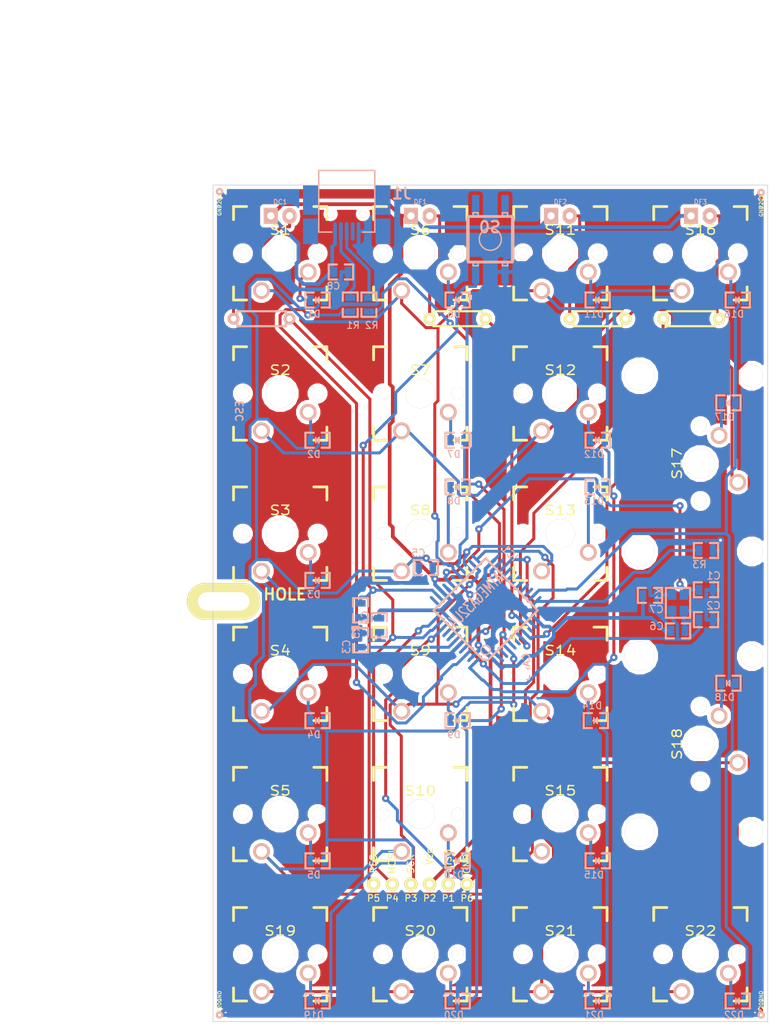
<source format=kicad_pcb>
(kicad_pcb (version 3) (host pcbnew "(2013-02-13 BZR 3947)-testing")
  (title_block (title GH60) (rev B) (company "geekhack GH60 design team"))
  (layers (15 Front signal) (0 Back signal) (20 B.SilkS user) (21 F.SilkS user) (22 B.Mask user) (23 F.Mask user) (28 Edge.Cuts user))
  (net 0 "")
  (net 1 /GPIO0)
  (net 2 /GPIO1)
  (net 3 /GPIO2)
  (net 4 /MISO)
  (net 5 /Matrix/col1)
  (net 6 /Matrix/col2)
  (net 7 /Matrix/col3)
  (net 8 /Matrix/col4)
  (net 9 /Matrix/numlock)
  (net 10 /Matrix/row1)
  (net 11 /Matrix/row2)
  (net 12 /Matrix/row3)
  (net 13 /Matrix/row4)
  (net 14 /Matrix/row5)
  (net 15 /Matrix/row6)
  (net 16 /SCK)
  (net 17 /~RES~)
  (net 18 GND)
  (net 19 N-000001)
  (net 20 N-0000013)
  (net 21 N-0000014)
  (net 22 N-000002)
  (net 23 N-0000023)
  (net 24 N-0000024)
  (net 25 N-000003)
  (net 26 N-000004)
  (net 27 N-0000044)
  (net 28 N-0000045)
  (net 29 N-0000046)
  (net 30 N-0000047)
  (net 31 N-0000048)
  (net 32 N-0000049)
  (net 33 N-000005)
  (net 34 N-0000050)
  (net 35 N-0000051)
  (net 36 N-0000052)
  (net 37 N-0000053)
  (net 38 N-0000054)
  (net 39 N-0000055)
  (net 40 N-0000056)
  (net 41 N-0000057)
  (net 42 N-0000058)
  (net 43 N-0000059)
  (net 44 N-000006)
  (net 45 N-0000060)
  (net 46 N-0000061)
  (net 47 N-0000062)
  (net 48 N-0000063)
  (net 49 N-0000064)
  (net 50 N-0000065)
  (net 51 N-0000066)
  (net 52 N-000007)
  (net 53 VCC)
  (module PKRHSL (layer Front) (at 63.7489 121.121)
    (fp_text reference H2 hide)
    (fp_text value HOLE (at 8.3236 -0.94852) (layer F.SilkS) (effects (font (size 1.524 1.524) (thickness 0.3048))))
    (pad 0 thru_hole oval (at 0 0) (size 9.99998 5.00126) (drill oval 7.000238 2.499359) (layers *.Cu *.Mask F.SilkS))
  )
  (module KSEM31GLFS (layer Back) (at 100.012 71.9125 90)
    (fp_text reference S0 (at 1.64202 -0.0625 360) (layer B.SilkS) (effects (font (size 1.524 1.524) (thickness 0.3048)) (justify mirror)))
    (fp_text value DTSM-6 hide)
    (pad 1 smd rect (at -4.45 2.0015 90) (size 3.1 1) (layers Back B.Mask) (net 18 GND))
    (pad 4 smd rect (at 4.45 -1.999 90) (size 3.1 1) (layers Back B.Mask))
    (pad 2 smd rect (at 4.45 1.999 90) (size 3.1 1) (layers Back B.Mask))
    (pad 3 smd rect (at -4.45 -1.999 90) (size 3.1 1) (layers Back B.Mask) (net 17 /~RES~))
  )
  (module 67503 (layer Back) (at 80.49 64.59 180)
    (fp_text reference J1 (at -7.4575 -1.10202 180) (layer B.SilkS) (effects (font (size 1.524 1.524) (thickness 0.3048)) (justify mirror)))
    (fp_text value MINI hide)
    (pad "" smd rect (at -4.92506 -1.99898 180) (size 2.04978 4.0005) (layers Back B.Mask))
    (pad "" smd rect (at 4.92506 -1.99898 180) (size 2.04978 4.0005) (layers Back B.Mask))
    (pad "" smd rect (at 4.92506 -6.25094 180) (size 2.04978 3.50012) (layers Back B.Mask))
    (pad "" smd rect (at -4.92506 -6.25094 180) (size 2.04978 3.50012) (layers Back B.Mask))
    (pad 3 smd oval (at 0 -6.2509 180) (size 0.5004 2.5) (layers Back B.Mask) (net 26 N-000004))
    (pad 2 smd oval (at 0.8001 -6.2509 180) (size 0.5004 2.5) (layers Back B.Mask) (net 25 N-000003))
    (pad 1 smd oval (at 1.6002 -6.2509 180) (size 0.5004 2.5) (layers Back B.Mask) (net 53 VCC))
    (pad 4 smd oval (at -0.8001 -6.2509 180) (size 0.5004 2.5) (layers Back B.Mask))
    (pad 5 smd oval (at -1.6002 -6.2509 180) (size 0.5004 2.5) (layers Back B.Mask) (net 18 GND))
    (pad "" thru_hole circle (at 2.2 -3.9 180) (size 0.9 0.9) (drill 0.9) (layers *.Cu *.Mask B.SilkS))
    (pad "" thru_hole circle (at -2.2 -3.9 180) (size 0.9 0.9) (drill 0.9) (layers *.Cu *.Mask B.SilkS))
  )
  (module ASX3F (layer Back) (at 125.54 121.315 270)
    (fp_text reference X1 (at -1.143 2.54 270) (layer B.SilkS) (effects (font (thickness 0.1588)) (justify mirror)))
    (fp_text value ASX3F hide)
    (pad 4 smd rect (at -1.09982 0.8001 270) (size 1.39954 1.15062) (layers Back B.Mask) (net 18 GND))
    (pad 3 smd rect (at 1.09982 0.8001 270) (size 1.39954 1.15062) (layers Back B.Mask) (net 22 N-000002))
    (pad 1 smd rect (at -1.09982 -0.8001 270) (size 1.39954 1.15062) (layers Back B.Mask) (net 19 N-000001))
    (pad 2 smd rect (at 1.09982 -0.8001 270) (size 1.39954 1.15062) (layers Back B.Mask) (net 18 GND))
  )
  (module TQFP44 (layer Back) (at 99.3775 122.331 45)
    (fp_text reference IC1 (at 7.808 -3.1801 135) (layer B.SilkS) (effects (font (thickness 0.1588)) (justify mirror)))
    (fp_text value ATMEGA32U4 (at 0 -1.905 45) (layer B.SilkS) (effects (font (size 1.524 1.016) (thickness 0.2032)) (justify mirror)))
    (pad 39 smd oval (at 0 5.715 45) (size 0.4064 1.89992) (layers Back B.Mask))
    (pad 40 smd oval (at -0.8001 5.715 45) (size 0.4064 1.89992) (layers Back B.Mask) (net 6 /Matrix/col2))
    (pad 41 smd oval (at -1.6002 5.715 45) (size 0.4064 1.89992) (layers Back B.Mask) (net 5 /Matrix/col1))
    (pad 42 smd oval (at -2.4003 5.715 45) (size 0.4064 1.89992) (layers Back B.Mask))
    (pad 43 smd oval (at -3.2004 5.715 45) (size 0.4064 1.89992) (layers Back B.Mask) (net 18 GND))
    (pad 44 smd oval (at -4.0005 5.715 45) (size 0.4064 1.89992) (layers Back B.Mask) (net 53 VCC))
    (pad 38 smd oval (at 0.8001 5.715 45) (size 0.4064 1.89992) (layers Back B.Mask) (net 3 /GPIO2))
    (pad 37 smd oval (at 1.6002 5.715 45) (size 0.4064 1.89992) (layers Back B.Mask) (net 2 /GPIO1))
    (pad 36 smd oval (at 2.4003 5.715 45) (size 0.4064 1.89992) (layers Back B.Mask) (net 1 /GPIO0))
    (pad 35 smd oval (at 3.2004 5.715 45) (size 0.4064 1.89992) (layers Back B.Mask) (net 18 GND))
    (pad 34 smd oval (at 4.0005 5.715 45) (size 0.4064 1.89992) (layers Back B.Mask) (net 53 VCC))
    (pad 17 smd oval (at 0 -5.715 45) (size 0.4064 1.89992) (layers Back B.Mask) (net 22 N-000002))
    (pad 16 smd oval (at -0.8001 -5.715 45) (size 0.4064 1.89992) (layers Back B.Mask) (net 19 N-000001))
    (pad 15 smd oval (at -1.6002 -5.715 45) (size 0.4064 1.89992) (layers Back B.Mask) (net 18 GND))
    (pad 14 smd oval (at -2.4003 -5.715 45) (size 0.4064 1.89992) (layers Back B.Mask) (net 53 VCC))
    (pad 13 smd oval (at -3.2004 -5.715 45) (size 0.4064 1.89992) (layers Back B.Mask) (net 17 /~RES~))
    (pad 12 smd oval (at -4.0005 -5.715 45) (size 0.4064 1.89992) (layers Back B.Mask))
    (pad 18 smd oval (at 0.8001 -5.715 45) (size 0.4064 1.89992) (layers Back B.Mask) (net 10 /Matrix/row1))
    (pad 19 smd oval (at 1.6002 -5.715 45) (size 0.4064 1.89992) (layers Back B.Mask) (net 11 /Matrix/row2))
    (pad 20 smd oval (at 2.4003 -5.715 45) (size 0.4064 1.89992) (layers Back B.Mask) (net 12 /Matrix/row3))
    (pad 21 smd oval (at 3.2004 -5.715 45) (size 0.4064 1.89992) (layers Back B.Mask) (net 13 /Matrix/row4))
    (pad 22 smd oval (at 4.0005 -5.715 45) (size 0.4064 1.89992) (layers Back B.Mask) (net 15 /Matrix/row6))
    (pad 6 smd oval (at -5.715 0 45) (size 1.89992 0.4064) (layers Back B.Mask) (net 44 N-000006))
    (pad 28 smd oval (at 5.715 0 45) (size 1.89992 0.4064) (layers Back B.Mask))
    (pad 7 smd oval (at -5.715 -0.8001 45) (size 1.89992 0.4064) (layers Back B.Mask) (net 53 VCC))
    (pad 27 smd oval (at 5.715 -0.8001 45) (size 1.89992 0.4064) (layers Back B.Mask))
    (pad 26 smd oval (at 5.715 -1.6002 45) (size 1.89992 0.4064) (layers Back B.Mask))
    (pad 8 smd oval (at -5.715 -1.6002 45) (size 1.89992 0.4064) (layers Back B.Mask))
    (pad 9 smd oval (at -5.715 -2.4003 45) (size 1.89992 0.4064) (layers Back B.Mask) (net 16 /SCK))
    (pad 25 smd oval (at 5.715 -2.4003 45) (size 1.89992 0.4064) (layers Back B.Mask) (net 14 /Matrix/row5))
    (pad 24 smd oval (at 5.715 -3.2004 45) (size 1.89992 0.4064) (layers Back B.Mask) (net 53 VCC))
    (pad 10 smd oval (at -5.715 -3.2004 45) (size 1.89992 0.4064) (layers Back B.Mask) (net 9 /Matrix/numlock))
    (pad 11 smd oval (at -5.715 -4.0005 45) (size 1.89992 0.4064) (layers Back B.Mask) (net 4 /MISO))
    (pad 23 smd oval (at 5.715 -4.0005 45) (size 1.89992 0.4064) (layers Back B.Mask) (net 18 GND))
    (pad 29 smd oval (at 5.715 0.8001 45) (size 1.89992 0.4064) (layers Back B.Mask))
    (pad 5 smd oval (at -5.715 0.8001 45) (size 1.89992 0.4064) (layers Back B.Mask) (net 18 GND))
    (pad 4 smd oval (at -5.715 1.6002 45) (size 1.89992 0.4064) (layers Back B.Mask) (net 52 N-000007))
    (pad 30 smd oval (at 5.715 1.6002 45) (size 1.89992 0.4064) (layers Back B.Mask))
    (pad 31 smd oval (at 5.715 2.4003 45) (size 1.89992 0.4064) (layers Back B.Mask))
    (pad 3 smd oval (at -5.715 2.4003 45) (size 1.89992 0.4064) (layers Back B.Mask) (net 33 N-000005))
    (pad 2 smd oval (at -5.715 3.2004 45) (size 1.89992 0.4064) (layers Back B.Mask) (net 53 VCC))
    (pad 32 smd oval (at 5.715 3.2004 45) (size 1.89992 0.4064) (layers Back B.Mask) (net 8 /Matrix/col4))
    (pad 33 smd oval (at 5.715 4.0005 45) (size 1.89992 0.4064) (layers Back B.Mask) (net 20 N-0000013))
    (pad 1 smd oval (at -5.715 4.0005 45) (size 1.89992 0.4064) (layers Back B.Mask) (net 7 /Matrix/col3))
  )
  (module SM0805 (layer Back) (at 79.6925 76.3575)
    (fp_text reference C8 (at -1.016 1.905) (layer B.SilkS) (effects (font (size 0.935 0.935) (thickness 0.1588)) (justify mirror)))
    (fp_text value 1u hide)
    (pad 1 smd rect (at -0.9525 0) (size 0.889 1.397) (layers Back B.Mask) (net 53 VCC))
    (pad 2 smd rect (at 0.9525 0) (size 0.889 1.397) (layers Back B.Mask) (net 18 GND))
  )
  (module SM0805 (layer Back) (at 129.35 119.537)
    (fp_text reference C1 (at 1.016 -1.905) (layer B.SilkS) (effects (font (thickness 0.1588)) (justify mirror)))
    (fp_text value 22p hide)
    (pad 1 smd rect (at -0.9525 0) (size 0.889 1.397) (layers Back B.Mask) (net 19 N-000001))
    (pad 2 smd rect (at 0.9525 0) (size 0.889 1.397) (layers Back B.Mask) (net 18 GND))
  )
  (module SM0805 (layer Back) (at 129.35 123.601)
    (fp_text reference C2 (at 1.016 -1.905) (layer B.SilkS) (effects (font (thickness 0.1588)) (justify mirror)))
    (fp_text value 22p hide)
    (pad 1 smd rect (at -0.9525 0) (size 0.889 1.397) (layers Back B.Mask) (net 22 N-000002))
    (pad 2 smd rect (at 0.9525 0) (size 0.889 1.397) (layers Back B.Mask) (net 18 GND))
  )
  (module SM0805 (layer Back) (at 84.8995 124.363 270)
    (fp_text reference C4 (at -1.016 1.905 270) (layer B.SilkS) (effects (font (thickness 0.1588)) (justify mirror)))
    (fp_text value 100n hide)
    (pad 1 smd rect (at -0.9525 0 270) (size 0.889 1.397) (layers Back B.Mask) (net 53 VCC))
    (pad 2 smd rect (at 0.9525 0 270) (size 0.889 1.397) (layers Back B.Mask) (net 18 GND))
  )
  (module SM0805 (layer Back) (at 91.237 116.523 180)
    (fp_text reference C5 (at 1.016 1.9685 180) (layer B.SilkS) (effects (font (thickness 0.1588)) (justify mirror)))
    (fp_text value 100n hide)
    (pad 1 smd rect (at -0.9525 0 180) (size 0.889 1.397) (layers Back B.Mask) (net 53 VCC))
    (pad 2 smd rect (at 0.9525 0 180) (size 0.889 1.397) (layers Back B.Mask) (net 18 GND))
  )
  (module SM0805 (layer Back) (at 125.54 125.125)
    (fp_text reference C6 (at -2.921 -0.635) (layer B.SilkS) (effects (font (thickness 0.1588)) (justify mirror)))
    (fp_text value 100n hide)
    (pad 1 smd rect (at -0.9525 0) (size 0.889 1.397) (layers Back B.Mask) (net 53 VCC))
    (pad 2 smd rect (at 0.9525 0) (size 0.889 1.397) (layers Back B.Mask) (net 18 GND))
  )
  (module SM0805 (layer Back) (at 121.73 120.299)
    (fp_text reference C7 (at 0.889 1.905) (layer B.SilkS) (effects (font (thickness 0.1588)) (justify mirror)))
    (fp_text value 100n hide)
    (pad 1 smd rect (at -0.9525 0) (size 0.889 1.397) (layers Back B.Mask) (net 53 VCC))
    (pad 2 smd rect (at 0.9525 0) (size 0.889 1.397) (layers Back B.Mask) (net 18 GND))
  )
  (module SM0805 (layer Back) (at 80.9625 80.8025 90)
    (fp_text reference R1 (at -2.794 0.381 180) (layer B.SilkS) (effects (font (size 0.935 0.935) (thickness 0.1588)) (justify mirror)))
    (fp_text value 22 hide)
    (pad 1 smd rect (at -0.9525 0 90) (size 0.889 1.397) (layers Back B.Mask) (net 33 N-000005))
    (pad 2 smd rect (at 0.9525 0 90) (size 0.889 1.397) (layers Back B.Mask) (net 25 N-000003))
  )
  (module SM0805 (layer Back) (at 83.5025 80.8025 90)
    (fp_text reference R2 (at -2.794 0.381 180) (layer B.SilkS) (effects (font (size 0.935 0.935) (thickness 0.1588)) (justify mirror)))
    (fp_text value 22 hide)
    (pad 1 smd rect (at -0.9525 0 90) (size 0.889 1.397) (layers Back B.Mask) (net 52 N-000007))
    (pad 2 smd rect (at 0.9525 0 90) (size 0.889 1.397) (layers Back B.Mask) (net 26 N-000004))
  )
  (module SM0805 (layer Back) (at 82.3595 126.395 90)
    (fp_text reference C3 (at -0.889 -1.905 90) (layer B.SilkS) (effects (font (thickness 0.1588)) (justify mirror)))
    (fp_text value 1u hide)
    (pad 1 smd rect (at -0.9525 0 90) (size 0.889 1.397) (layers Back B.Mask) (net 44 N-000006))
    (pad 2 smd rect (at 0.9525 0 90) (size 0.889 1.397) (layers Back B.Mask) (net 18 GND))
  )
  (module SM0805 (layer Back) (at 129.35 114.203)
    (fp_text reference R3 (at -0.889 1.905) (layer B.SilkS) (effects (font (thickness 0.1588)) (justify mirror)))
    (fp_text value 10k hide)
    (pad 1 smd rect (at -0.9525 0) (size 0.889 1.397) (layers Back B.Mask) (net 20 N-0000013))
    (pad 2 smd rect (at 0.9525 0) (size 0.889 1.397) (layers Back B.Mask) (net 18 GND))
  )
  (module SM0805 (layer Back) (at 82.3595 122.331 90)
    (fp_text reference R5 (at -2.921 -0.635 90) (layer B.SilkS) (effects (font (thickness 0.1588)) (justify mirror)))
    (fp_text value 10k hide)
    (pad 1 smd rect (at -0.9525 0 90) (size 0.889 1.397) (layers Back B.Mask) (net 53 VCC))
    (pad 2 smd rect (at 0.9525 0 90) (size 0.889 1.397) (layers Back B.Mask) (net 17 /~RES~))
  )
  (module SM0805D (layer Back) (at 133.668 175.417 180)
    (fp_text reference D22 (at 0.508 -1.905 180) (layer B.SilkS) (effects (font (size 0.935 0.935) (thickness 0.1588)) (justify mirror)))
    (fp_text value 1N4148 hide)
    (pad 1 smd rect (at -0.9525 0 180) (size 0.889 1.397) (layers Back B.Mask) (net 8 /Matrix/col4))
    (pad 2 smd rect (at 0.9525 0 180) (size 0.889 1.397) (layers Back B.Mask) (net 40 N-0000056))
  )
  (module SM0805D (layer Back) (at 114.618 175.417 180)
    (fp_text reference D21 (at 0.508 -1.905 180) (layer B.SilkS) (effects (font (size 0.935 0.935) (thickness 0.1588)) (justify mirror)))
    (fp_text value 1N4148 hide)
    (pad 1 smd rect (at -0.9525 0 180) (size 0.889 1.397) (layers Back B.Mask) (net 7 /Matrix/col3))
    (pad 2 smd rect (at 0.9525 0 180) (size 0.889 1.397) (layers Back B.Mask) (net 38 N-0000054))
  )
  (module SM0805D (layer Back) (at 132.398 132.237 180)
    (fp_text reference D18 (at 0.508 -1.905 180) (layer B.SilkS) (effects (font (size 0.935 0.935) (thickness 0.1588)) (justify mirror)))
    (fp_text value 1N4148 hide)
    (pad 1 smd rect (at -0.9525 0 180) (size 0.889 1.397) (layers Back B.Mask) (net 8 /Matrix/col4))
    (pad 2 smd rect (at 0.9525 0 180) (size 0.889 1.397) (layers Back B.Mask) (net 28 N-0000045))
  )
  (module SM0805D (layer Back) (at 132.398 94.1375 180)
    (fp_text reference D17 (at 0.508 -1.905 180) (layer B.SilkS) (effects (font (size 0.935 0.935) (thickness 0.1588)) (justify mirror)))
    (fp_text value 1N4148 hide)
    (pad 1 smd rect (at -0.9525 0 180) (size 0.889 1.397) (layers Back B.Mask) (net 8 /Matrix/col4))
    (pad 2 smd rect (at 0.9525 0 180) (size 0.889 1.397) (layers Back B.Mask) (net 35 N-0000051))
  )
  (module SM0805D (layer Back) (at 133.668 80.1675 180)
    (fp_text reference D16 (at 0.508 -1.905 180) (layer B.SilkS) (effects (font (size 0.935 0.935) (thickness 0.1588)) (justify mirror)))
    (fp_text value 1N4148 hide)
    (pad 1 smd rect (at -0.9525 0 180) (size 0.889 1.397) (layers Back B.Mask) (net 8 /Matrix/col4))
    (pad 2 smd rect (at 0.9525 0 180) (size 0.889 1.397) (layers Back B.Mask) (net 34 N-0000050))
  )
  (module SM0805D (layer Back) (at 114.364 137.317 180)
    (fp_text reference D14 (at 0.508 2.032 180) (layer B.SilkS) (effects (font (size 0.935 0.935) (thickness 0.1588)) (justify mirror)))
    (fp_text value 1N4148 hide)
    (pad 1 smd rect (at -0.9525 0 180) (size 0.889 1.397) (layers Back B.Mask) (net 7 /Matrix/col3))
    (pad 2 smd rect (at 0.9525 0 180) (size 0.889 1.397) (layers Back B.Mask) (net 51 N-0000066))
  )
  (module SM0805D (layer Back) (at 114.618 105.567 180)
    (fp_text reference D13 (at 0.508 -1.905 180) (layer B.SilkS) (effects (font (size 0.935 0.935) (thickness 0.1588)) (justify mirror)))
    (fp_text value 1N4148 hide)
    (pad 1 smd rect (at -0.9525 0 180) (size 0.889 1.397) (layers Back B.Mask) (net 7 /Matrix/col3))
    (pad 2 smd rect (at 0.9525 0 180) (size 0.889 1.397) (layers Back B.Mask) (net 49 N-0000064))
  )
  (module SM0805D (layer Back) (at 114.618 99.2175 180)
    (fp_text reference D12 (at 0.508 -1.905 180) (layer B.SilkS) (effects (font (size 0.935 0.935) (thickness 0.1588)) (justify mirror)))
    (fp_text value 1N4148 hide)
    (pad 1 smd rect (at -0.9525 0 180) (size 0.889 1.397) (layers Back B.Mask) (net 7 /Matrix/col3))
    (pad 2 smd rect (at 0.9525 0 180) (size 0.889 1.397) (layers Back B.Mask) (net 47 N-0000062))
  )
  (module SM0805D (layer Back) (at 114.618 80.1675 180)
    (fp_text reference D11 (at 0.508 -1.905 180) (layer B.SilkS) (effects (font (size 0.935 0.935) (thickness 0.1588)) (justify mirror)))
    (fp_text value 1N4148 hide)
    (pad 1 smd rect (at -0.9525 0 180) (size 0.889 1.397) (layers Back B.Mask) (net 7 /Matrix/col3))
    (pad 2 smd rect (at 0.9525 0 180) (size 0.889 1.397) (layers Back B.Mask) (net 43 N-0000059))
  )
  (module pad (layer Front) (at 94.298 159.542)
    (fp_text reference P1 (at 0 1.905) (layer F.SilkS) (effects (font (size 0.9 0.9))))
    (fp_text value MISO (at -0.0255 -3.14198 90) (layer F.SilkS) (effects (font (size 0.9 0.9))))
    (pad 1 thru_hole circle (at 0 0) (size 1.8 1.8) (drill 0.9) (layers *.Cu *.Mask F.SilkS) (net 4 /MISO))
  )
  (module pad (layer Front) (at 89.218 159.542)
    (fp_text reference P3 (at 0 1.905) (layer F.SilkS) (effects (font (size 0.9 0.9))))
    (fp_text value SCK (at -0.0255 -2.76098 90) (layer F.SilkS) (effects (font (size 0.9 0.9))))
    (pad 1 thru_hole circle (at 0 0) (size 1.8 1.8) (drill 0.9) (layers *.Cu *.Mask F.SilkS) (net 16 /SCK))
  )
  (module pad (layer Front) (at 84.138 159.542)
    (fp_text reference P5 (at 0 1.905) (layer F.SilkS) (effects (font (size 0.9 0.9))))
    (fp_text value RES (at -0.0255 -2.76098 90) (layer F.SilkS) (effects (font (size 0.9 0.9))))
    (pad 1 thru_hole circle (at 0 0) (size 1.8 1.8) (drill 0.9) (layers *.Cu *.Mask F.SilkS) (net 17 /~RES~))
  )
  (module pad (layer Front) (at 91.758 159.542)
    (fp_text reference P2 (at 0 1.905) (layer F.SilkS) (effects (font (size 0.9 0.9))))
    (fp_text value Vcc (at -0.0255 -3.77698 90) (layer F.SilkS) (effects (font (size 0.9 0.9))))
    (pad 1 thru_hole circle (at 0 0) (size 1.8 1.8) (drill 0.9) (layers *.Cu *.Mask F.SilkS) (net 53 VCC))
  )
  (module pad (layer Front) (at 86.678 159.542)
    (fp_text reference P4 (at 0 1.905) (layer F.SilkS) (effects (font (size 0.9 0.9))))
    (fp_text value MOSI (at -0.0255 -3.01498 90) (layer F.SilkS) (effects (font (size 0.9 0.9))))
    (pad 1 thru_hole circle (at 0 0) (size 1.8 1.8) (drill 0.9) (layers *.Cu *.Mask F.SilkS) (net 9 /Matrix/numlock))
  )
  (module pad (layer Front) (at 96.838 159.542)
    (fp_text reference P6 (at 0 1.905) (layer F.SilkS) (effects (font (size 0.9 0.9))))
    (fp_text value GND (at -0.0255 -2.76098 90) (layer F.SilkS) (effects (font (size 0.9 0.9))))
    (pad 1 thru_hole circle (at 0 0) (size 1.8 1.8) (drill 0.9) (layers *.Cu *.Mask F.SilkS) (net 18 GND))
  )
  (module R3 (layer Back) (at 68.8975 82.7075)
    (fp_text reference R4 hide)
    (fp_text value 300 hide)
    (pad 1 thru_hole circle (at -3.81 0) (size 1.6 1.6) (drill 0.812799) (layers *.Cu *.Mask B.SilkS) (net 41 N-0000057))
    (pad 2 thru_hole circle (at 3.81 0) (size 1.6 1.6) (drill 0.812799) (layers *.Cu *.Mask B.SilkS) (net 9 /Matrix/numlock))
  )
  (module CHERRY_PCB_100H_Plated (layer Front) (at 109.538 169.067 180)
    (fp_text reference S21 (at 0 3.175 180) (layer F.SilkS) (effects (font (size 1.27 1.524) (thickness 0.2032))))
    (fp_text value MX1A hide)
    (pad 1 thru_hole circle (at 2.54 -5.08 180) (size 2.286 2.286) (drill 1.498599) (layers *.Cu *.SilkS *.Mask) (net 15 /Matrix/row6))
    (pad 2 thru_hole circle (at -3.81 -2.54 180) (size 2.286 2.286) (drill 1.498599) (layers *.Cu *.SilkS *.Mask) (net 38 N-0000054))
    (pad HOLE thru_hole circle (at 0 0 180) (size 3.9878 3.9878) (drill 3.9878) (layers *.Cu *.Mask F.SilkS))
    (pad HOLE thru_hole circle (at -5.08 0 180) (size 1.7018 1.7018) (drill 1.701799) (layers *.Cu *.Mask F.SilkS))
    (pad HOLE thru_hole circle (at 5.08 0 180) (size 1.7018 1.7018) (drill 1.701799) (layers *.Cu *.Mask F.SilkS))
  )
  (module CHERRY_PCB_100H_Plated (layer Front) (at 109.538 130.967 180)
    (fp_text reference S14 (at 0 3.175 180) (layer F.SilkS) (effects (font (size 1.27 1.524) (thickness 0.2032))))
    (fp_text value MX1A hide)
    (pad 1 thru_hole circle (at 2.54 -5.08 180) (size 2.286 2.286) (drill 1.498599) (layers *.Cu *.SilkS *.Mask) (net 13 /Matrix/row4))
    (pad 2 thru_hole circle (at -3.81 -2.54 180) (size 2.286 2.286) (drill 1.498599) (layers *.Cu *.SilkS *.Mask) (net 51 N-0000066))
    (pad HOLE thru_hole circle (at 0 0 180) (size 3.9878 3.9878) (drill 3.9878) (layers *.Cu *.Mask F.SilkS))
    (pad HOLE thru_hole circle (at -5.08 0 180) (size 1.7018 1.7018) (drill 1.701799) (layers *.Cu *.Mask F.SilkS))
    (pad HOLE thru_hole circle (at 5.08 0 180) (size 1.7018 1.7018) (drill 1.701799) (layers *.Cu *.Mask F.SilkS))
  )
  (module CHERRY_PCB_100H_Plated (layer Front) (at 109.538 92.8675 180)
    (fp_text reference S12 (at 0 3.175 180) (layer F.SilkS) (effects (font (size 1.27 1.524) (thickness 0.2032))))
    (fp_text value MX1A hide)
    (pad 1 thru_hole circle (at 2.54 -5.08 180) (size 2.286 2.286) (drill 1.498599) (layers *.Cu *.SilkS *.Mask) (net 11 /Matrix/row2))
    (pad 2 thru_hole circle (at -3.81 -2.54 180) (size 2.286 2.286) (drill 1.498599) (layers *.Cu *.SilkS *.Mask) (net 47 N-0000062))
    (pad HOLE thru_hole circle (at 0 0 180) (size 3.9878 3.9878) (drill 3.9878) (layers *.Cu *.Mask F.SilkS))
    (pad HOLE thru_hole circle (at -5.08 0 180) (size 1.7018 1.7018) (drill 1.701799) (layers *.Cu *.Mask F.SilkS))
    (pad HOLE thru_hole circle (at 5.08 0 180) (size 1.7018 1.7018) (drill 1.701799) (layers *.Cu *.Mask F.SilkS))
  )
  (module CHERRY_PCB_100H_Plated (layer Front) (at 128.588 73.82 180)
    (fp_text reference S16 (at 0 3.175 180) (layer F.SilkS) (effects (font (size 1.27 1.524) (thickness 0.2032))))
    (fp_text value MX1A hide)
    (pad 1 thru_hole circle (at 2.54 -5.08 180) (size 2.286 2.286) (drill 1.498599) (layers *.Cu *.SilkS *.Mask) (net 10 /Matrix/row1))
    (pad 2 thru_hole circle (at -3.81 -2.54 180) (size 2.286 2.286) (drill 1.498599) (layers *.Cu *.SilkS *.Mask) (net 34 N-0000050))
    (pad HOLE thru_hole circle (at 0 0 180) (size 3.9878 3.9878) (drill 3.9878) (layers *.Cu *.Mask F.SilkS))
    (pad HOLE thru_hole circle (at -5.08 0 180) (size 1.7018 1.7018) (drill 1.701799) (layers *.Cu *.Mask F.SilkS))
    (pad HOLE thru_hole circle (at 5.08 0 180) (size 1.7018 1.7018) (drill 1.701799) (layers *.Cu *.Mask F.SilkS))
  )
  (module CHERRY_PCB_100H_Plated (layer Front) (at 109.538 73.82 180)
    (fp_text reference S11 (at 0 3.175 180) (layer F.SilkS) (effects (font (size 1.27 1.524) (thickness 0.2032))))
    (fp_text value MX1A hide)
    (pad 1 thru_hole circle (at 2.54 -5.08 180) (size 2.286 2.286) (drill 1.498599) (layers *.Cu *.SilkS *.Mask) (net 10 /Matrix/row1))
    (pad 2 thru_hole circle (at -3.81 -2.54 180) (size 2.286 2.286) (drill 1.498599) (layers *.Cu *.SilkS *.Mask) (net 43 N-0000059))
    (pad HOLE thru_hole circle (at 0 0 180) (size 3.9878 3.9878) (drill 3.9878) (layers *.Cu *.Mask F.SilkS))
    (pad HOLE thru_hole circle (at -5.08 0 180) (size 1.7018 1.7018) (drill 1.701799) (layers *.Cu *.Mask F.SilkS))
    (pad HOLE thru_hole circle (at 5.08 0 180) (size 1.7018 1.7018) (drill 1.701799) (layers *.Cu *.Mask F.SilkS))
  )
  (module CHERRY_PCB_100H_Plated (layer Front) (at 109.538 111.917 180)
    (fp_text reference S13 (at 0 3.175 180) (layer F.SilkS) (effects (font (size 1.27 1.524) (thickness 0.2032))))
    (fp_text value MX1A hide)
    (pad 1 thru_hole circle (at 2.54 -5.08 180) (size 2.286 2.286) (drill 1.498599) (layers *.Cu *.SilkS *.Mask) (net 12 /Matrix/row3))
    (pad 2 thru_hole circle (at -3.81 -2.54 180) (size 2.286 2.286) (drill 1.498599) (layers *.Cu *.SilkS *.Mask) (net 49 N-0000064))
    (pad HOLE thru_hole circle (at 0 0 180) (size 3.9878 3.9878) (drill 3.9878) (layers *.Cu *.Mask F.SilkS))
    (pad HOLE thru_hole circle (at -5.08 0 180) (size 1.7018 1.7018) (drill 1.701799) (layers *.Cu *.Mask F.SilkS))
    (pad HOLE thru_hole circle (at 5.08 0 180) (size 1.7018 1.7018) (drill 1.701799) (layers *.Cu *.Mask F.SilkS))
  )
  (module CHERRY_PCB_100H_Plated (layer Front) (at 128.588 169.067 180)
    (fp_text reference S22 (at 0 3.175 180) (layer F.SilkS) (effects (font (size 1.27 1.524) (thickness 0.2032))))
    (fp_text value MX1A hide)
    (pad 1 thru_hole circle (at 2.54 -5.08 180) (size 2.286 2.286) (drill 1.498599) (layers *.Cu *.SilkS *.Mask) (net 15 /Matrix/row6))
    (pad 2 thru_hole circle (at -3.81 -2.54 180) (size 2.286 2.286) (drill 1.498599) (layers *.Cu *.SilkS *.Mask) (net 40 N-0000056))
    (pad HOLE thru_hole circle (at 0 0 180) (size 3.9878 3.9878) (drill 3.9878) (layers *.Cu *.Mask F.SilkS))
    (pad HOLE thru_hole circle (at -5.08 0 180) (size 1.7018 1.7018) (drill 1.701799) (layers *.Cu *.Mask F.SilkS))
    (pad HOLE thru_hole circle (at 5.08 0 180) (size 1.7018 1.7018) (drill 1.701799) (layers *.Cu *.Mask F.SilkS))
  )
  (module MX_LED (layer Front) (at 128.588 73.8175 180)
    (fp_text reference DF3 (at 0 6.985 180) (layer B.SilkS) (effects (font (size 0.635 0.635) (thickness 0.127))))
    (fp_text value LED hide)
    (pad 2 thru_hole oval (at -1.27 5.08 180) (size 1.905 2.159) (drill 0.9906) (layers *.Cu *.SilkS *.Mask) (net 21 N-0000014))
    (pad 1 thru_hole rect (at 1.27 5.08 180) (size 1.905 2.159) (drill 0.9906) (layers *.Cu *.SilkS *.Mask) (net 53 VCC))
  )
  (module MX_LED (layer Front) (at 71.4375 73.8175 180)
    (fp_text reference DC1 (at 0 6.985 180) (layer B.SilkS) (effects (font (size 0.635 0.635) (thickness 0.127))))
    (fp_text value LED hide)
    (pad 2 thru_hole oval (at -1.27 5.08 180) (size 1.905 2.159) (drill 0.9906) (layers *.Cu *.SilkS *.Mask) (net 41 N-0000057))
    (pad 1 thru_hole rect (at 1.27 5.08 180) (size 1.905 2.159) (drill 0.9906) (layers *.Cu *.SilkS *.Mask) (net 53 VCC))
  )
  (module Pad-Gnd (layer Front) (at 63.1825 177.322)
    (fp_text reference P200 (at 0 -1.27 90) (layer F.SilkS) (effects (font (size 0.5 0.5) (thickness 0.1))))
    (fp_text value GND (at 0 -2.54 90) (layer F.SilkS) (effects (font (size 0.5 0.5) (thickness 0.1))))
    (pad 1 thru_hole circle (at 0 0) (size 1 1) (drill 0.4) (layers *.Cu *.SilkS *.Mask) (net 18 GND))
  )
  (module Pad-Gnd (layer Front) (at 136.842 65.5625 180)
    (fp_text reference P201 (at 0 -1.27 270) (layer F.SilkS) (effects (font (size 0.5 0.5) (thickness 0.1))))
    (fp_text value GND (at 0 -2.54 270) (layer F.SilkS) (effects (font (size 0.5 0.5) (thickness 0.1))))
    (pad 1 thru_hole circle (at 0 0 180) (size 1 1) (drill 0.4) (layers *.Cu *.SilkS *.Mask) (net 18 GND))
  )
  (module Pad-Gnd (layer Front) (at 136.842 177.322)
    (fp_text reference P202 (at 0 -1.27 90) (layer F.SilkS) (effects (font (size 0.5 0.5) (thickness 0.1))))
    (fp_text value GND (at 0 -2.54 90) (layer F.SilkS) (effects (font (size 0.5 0.5) (thickness 0.1))))
    (pad 1 thru_hole circle (at 0 0) (size 1 1) (drill 0.4) (layers *.Cu *.SilkS *.Mask) (net 18 GND))
  )
  (module Pad-Gnd (layer Front) (at 63.1825 65.438 180)
    (fp_text reference P203 (at 0 -1.27 270) (layer F.SilkS) (effects (font (size 0.5 0.5) (thickness 0.1))))
    (fp_text value GND (at 0 -2.54 270) (layer F.SilkS) (effects (font (size 0.5 0.5) (thickness 0.1))))
    (pad 1 thru_hole circle (at 0 0 180) (size 1 1) (drill 0.4) (layers *.Cu *.SilkS *.Mask) (net 18 GND))
  )
  (module SM0805D (layer Back) (at 95.5675 137.317 180)
    (fp_text reference D9 (at 0.508 -1.905 180) (layer B.SilkS) (effects (font (size 0.935 0.935) (thickness 0.1588)) (justify mirror)))
    (fp_text value 1N4148 hide)
    (pad 1 smd rect (at -0.9525 0 180) (size 0.889 1.397) (layers Back B.Mask) (net 6 /Matrix/col2))
    (pad 2 smd rect (at 0.9525 0 180) (size 0.889 1.397) (layers Back B.Mask) (net 50 N-0000065))
  )
  (module SM0805D (layer Back) (at 95.5675 175.417 180)
    (fp_text reference D20 (at 0.508 -1.905 180) (layer B.SilkS) (effects (font (size 0.935 0.935) (thickness 0.1588)) (justify mirror)))
    (fp_text value 1N4148 hide)
    (pad 1 smd rect (at -0.9525 0 180) (size 0.889 1.397) (layers Back B.Mask) (net 6 /Matrix/col2))
    (pad 2 smd rect (at 0.9525 0 180) (size 0.889 1.397) (layers Back B.Mask) (net 37 N-0000053))
  )
  (module SM0805D (layer Back) (at 76.5175 175.417 180)
    (fp_text reference D19 (at 0.508 -1.905 180) (layer B.SilkS) (effects (font (size 0.935 0.935) (thickness 0.1588)) (justify mirror)))
    (fp_text value 1N4148 hide)
    (pad 1 smd rect (at -0.9525 0 180) (size 0.889 1.397) (layers Back B.Mask) (net 5 /Matrix/col1))
    (pad 2 smd rect (at 0.9525 0 180) (size 0.889 1.397) (layers Back B.Mask) (net 39 N-0000055))
  )
  (module SM0805D (layer Back) (at 114.618 156.367 180)
    (fp_text reference D15 (at 0.508 -1.905 180) (layer B.SilkS) (effects (font (size 0.935 0.935) (thickness 0.1588)) (justify mirror)))
    (fp_text value 1N4148 hide)
    (pad 1 smd rect (at -0.9525 0 180) (size 0.889 1.397) (layers Back B.Mask) (net 7 /Matrix/col3))
    (pad 2 smd rect (at 0.9525 0 180) (size 0.889 1.397) (layers Back B.Mask) (net 32 N-0000049))
  )
  (module SM0805D (layer Back) (at 95.5675 156.367 180)
    (fp_text reference D10 (at 0.508 -1.905 180) (layer B.SilkS) (effects (font (size 0.935 0.935) (thickness 0.1588)) (justify mirror)))
    (fp_text value 1N4148 hide)
    (pad 1 smd rect (at -0.9525 0 180) (size 0.889 1.397) (layers Back B.Mask) (net 6 /Matrix/col2))
    (pad 2 smd rect (at 0.9525 0 180) (size 0.889 1.397) (layers Back B.Mask) (net 31 N-0000048))
  )
  (module SM0805D (layer Back) (at 76.5175 156.367 180)
    (fp_text reference D5 (at 0.508 -1.905 180) (layer B.SilkS) (effects (font (size 0.935 0.935) (thickness 0.1588)) (justify mirror)))
    (fp_text value 1N4148 hide)
    (pad 1 smd rect (at -0.9525 0 180) (size 0.889 1.397) (layers Back B.Mask) (net 5 /Matrix/col1))
    (pad 2 smd rect (at 0.9525 0 180) (size 0.889 1.397) (layers Back B.Mask) (net 30 N-0000047))
  )
  (module SM0805D (layer Back) (at 76.5175 118.267 180)
    (fp_text reference D3 (at 0.508 -1.905 180) (layer B.SilkS) (effects (font (size 0.935 0.935) (thickness 0.1588)) (justify mirror)))
    (fp_text value 1N4148 hide)
    (pad 1 smd rect (at -0.9525 0 180) (size 0.889 1.397) (layers Back B.Mask) (net 5 /Matrix/col1))
    (pad 2 smd rect (at 0.9525 0 180) (size 0.889 1.397) (layers Back B.Mask) (net 29 N-0000046))
  )
  (module SM0805D (layer Back) (at 76.5175 80.1675 180)
    (fp_text reference D1 (at 0.508 -1.905 180) (layer B.SilkS) (effects (font (size 0.935 0.935) (thickness 0.1588)) (justify mirror)))
    (fp_text value 1N4148 hide)
    (pad 1 smd rect (at -0.9525 0 180) (size 0.889 1.397) (layers Back B.Mask) (net 5 /Matrix/col1))
    (pad 2 smd rect (at 0.9525 0 180) (size 0.889 1.397) (layers Back B.Mask) (net 36 N-0000052))
  )
  (module SM0805D (layer Back) (at 95.5675 105.567 180)
    (fp_text reference D8 (at 0.508 -1.905 180) (layer B.SilkS) (effects (font (size 0.935 0.935) (thickness 0.1588)) (justify mirror)))
    (fp_text value 1N4148 hide)
    (pad 1 smd rect (at -0.9525 0 180) (size 0.889 1.397) (layers Back B.Mask) (net 6 /Matrix/col2))
    (pad 2 smd rect (at 0.9525 0 180) (size 0.889 1.397) (layers Back B.Mask) (net 48 N-0000063))
  )
  (module SM0805D (layer Back) (at 95.5675 99.2175 180)
    (fp_text reference D7 (at 0.508 -1.905 180) (layer B.SilkS) (effects (font (size 0.935 0.935) (thickness 0.1588)) (justify mirror)))
    (fp_text value 1N4148 hide)
    (pad 1 smd rect (at -0.9525 0 180) (size 0.889 1.397) (layers Back B.Mask) (net 6 /Matrix/col2))
    (pad 2 smd rect (at 0.9525 0 180) (size 0.889 1.397) (layers Back B.Mask) (net 46 N-0000061))
  )
  (module SM0805D (layer Back) (at 76.5175 137.317 180)
    (fp_text reference D4 (at 0.508 -1.905 180) (layer B.SilkS) (effects (font (size 0.935 0.935) (thickness 0.1588)) (justify mirror)))
    (fp_text value 1N4148 hide)
    (pad 1 smd rect (at -0.9525 0 180) (size 0.889 1.397) (layers Back B.Mask) (net 5 /Matrix/col1))
    (pad 2 smd rect (at 0.9525 0 180) (size 0.889 1.397) (layers Back B.Mask) (net 27 N-0000044))
  )
  (module SM0805D (layer Back) (at 76.5175 99.2175 180)
    (fp_text reference D2 (at 0.508 -1.905 180) (layer B.SilkS) (effects (font (size 0.935 0.935) (thickness 0.1588)) (justify mirror)))
    (fp_text value 1N4148 hide)
    (pad 1 smd rect (at -0.9525 0 180) (size 0.889 1.397) (layers Back B.Mask) (net 5 /Matrix/col1))
    (pad 2 smd rect (at 0.9525 0 180) (size 0.889 1.397) (layers Back B.Mask) (net 45 N-0000060))
  )
  (module SM0805D (layer Back) (at 95.5675 80.1675 180)
    (fp_text reference D6 (at 0.508 -1.905 180) (layer B.SilkS) (effects (font (size 0.935 0.935) (thickness 0.1588)) (justify mirror)))
    (fp_text value 1N4148 hide)
    (pad 1 smd rect (at -0.9525 0 180) (size 0.889 1.397) (layers Back B.Mask) (net 6 /Matrix/col2))
    (pad 2 smd rect (at 0.9525 0 180) (size 0.889 1.397) (layers Back B.Mask) (net 42 N-0000058))
  )
  (module CHERRY_PCB_100H_Plated (layer Front) (at 71.4375 73.8175 180)
    (fp_text reference S1 (at 0 3.175 180) (layer F.SilkS) (effects (font (size 1.27 1.524) (thickness 0.2032))))
    (fp_text value MX1A hide)
    (pad 1 thru_hole circle (at 2.54 -5.08 180) (size 2.286 2.286) (drill 1.498599) (layers *.Cu *.SilkS *.Mask) (net 10 /Matrix/row1))
    (pad 2 thru_hole circle (at -3.81 -2.54 180) (size 2.286 2.286) (drill 1.498599) (layers *.Cu *.SilkS *.Mask) (net 36 N-0000052))
    (pad "H OL" thru_hole circle (at 0 0 180) (size 3.9878 3.9878) (drill 3.9878) (layers *.Cu *.Mask F.SilkS))
    (pad HOLE thru_hole circle (at -5.08 0 180) (size 1.7018 1.7018) (drill 1.701799) (layers *.Cu *.Mask F.SilkS))
    (pad HOLE thru_hole circle (at 5.08 0 180) (size 1.7018 1.7018) (drill 1.701799) (layers *.Cu *.Mask F.SilkS))
  )
  (module CHERRY_PCB_100H_Plated (layer Front) (at 71.4375 130.967 180)
    (fp_text reference S4 (at 0 3.175 180) (layer F.SilkS) (effects (font (size 1.27 1.524) (thickness 0.2032))))
    (fp_text value MX1A hide)
    (pad 1 thru_hole circle (at 2.54 -5.08 180) (size 2.286 2.286) (drill 1.498599) (layers *.Cu *.SilkS *.Mask) (net 13 /Matrix/row4))
    (pad 2 thru_hole circle (at -3.81 -2.54 180) (size 2.286 2.286) (drill 1.498599) (layers *.Cu *.SilkS *.Mask) (net 27 N-0000044))
    (pad HOLE thru_hole circle (at 0 0 180) (size 3.9878 3.9878) (drill 3.9878) (layers *.Cu *.Mask F.SilkS))
    (pad HOLE thru_hole circle (at -5.08 0 180) (size 1.7018 1.7018) (drill 1.701799) (layers *.Cu *.Mask F.SilkS))
    (pad HOLE thru_hole circle (at 5.08 0 180) (size 1.7018 1.7018) (drill 1.701799) (layers *.Cu *.Mask F.SilkS))
  )
  (module CHERRY_PCB_100H_Plated (layer Front) (at 90.4875 130.967 180)
    (fp_text reference S9 (at 0 3.175 180) (layer F.SilkS) (effects (font (size 1.27 1.524) (thickness 0.2032))))
    (fp_text value MX1A hide)
    (pad 1 thru_hole circle (at 2.54 -5.08 180) (size 2.286 2.286) (drill 1.498599) (layers *.Cu *.SilkS *.Mask) (net 13 /Matrix/row4))
    (pad 2 thru_hole circle (at -3.81 -2.54 180) (size 2.286 2.286) (drill 1.498599) (layers *.Cu *.SilkS *.Mask) (net 50 N-0000065))
    (pad HOLE thru_hole circle (at 0 0 180) (size 3.9878 3.9878) (drill 3.9878) (layers *.Cu *.Mask F.SilkS))
    (pad HOLE thru_hole circle (at -5.08 0 180) (size 1.7018 1.7018) (drill 1.701799) (layers *.Cu *.Mask F.SilkS))
    (pad HOLE thru_hole circle (at 5.08 0 180) (size 1.7018 1.7018) (drill 1.701799) (layers *.Cu *.Mask F.SilkS))
  )
  (module CHERRY_PCB_100H_Plated (layer Front) (at 90.4875 150.017 180)
    (fp_text reference S10 (at 0 3.175 180) (layer F.SilkS) (effects (font (size 1.27 1.524) (thickness 0.2032))))
    (fp_text value MX1A hide)
    (pad 1 thru_hole circle (at 2.54 -5.08 180) (size 2.286 2.286) (drill 1.498599) (layers *.Cu *.SilkS *.Mask) (net 14 /Matrix/row5))
    (pad 2 thru_hole circle (at -3.81 -2.54 180) (size 2.286 2.286) (drill 1.498599) (layers *.Cu *.SilkS *.Mask) (net 31 N-0000048))
    (pad HOLE thru_hole circle (at 0 0 180) (size 3.9878 3.9878) (drill 3.9878) (layers *.Cu *.Mask F.SilkS))
    (pad HOLE thru_hole circle (at -5.08 0 180) (size 1.7018 1.7018) (drill 1.701799) (layers *.Cu *.Mask F.SilkS))
    (pad HOLE thru_hole circle (at 5.08 0 180) (size 1.7018 1.7018) (drill 1.701799) (layers *.Cu *.Mask F.SilkS))
  )
  (module CHERRY_PCB_100H_Plated (layer Front) (at 109.538 150.017 180)
    (fp_text reference S15 (at 0 3.175 180) (layer F.SilkS) (effects (font (size 1.27 1.524) (thickness 0.2032))))
    (fp_text value MX1A hide)
    (pad 1 thru_hole circle (at 2.54 -5.08 180) (size 2.286 2.286) (drill 1.498599) (layers *.Cu *.SilkS *.Mask) (net 14 /Matrix/row5))
    (pad 2 thru_hole circle (at -3.81 -2.54 180) (size 2.286 2.286) (drill 1.498599) (layers *.Cu *.SilkS *.Mask) (net 32 N-0000049))
    (pad HOLE thru_hole circle (at 0 0 180) (size 3.9878 3.9878) (drill 3.9878) (layers *.Cu *.Mask F.SilkS))
    (pad HOLE thru_hole circle (at -5.08 0 180) (size 1.7018 1.7018) (drill 1.701799) (layers *.Cu *.Mask F.SilkS))
    (pad HOLE thru_hole circle (at 5.08 0 180) (size 1.7018 1.7018) (drill 1.701799) (layers *.Cu *.Mask F.SilkS))
  )
  (module CHERRY_PCB_100H_Plated (layer Front) (at 71.4375 150.017 180)
    (fp_text reference S5 (at 0 3.175 180) (layer F.SilkS) (effects (font (size 1.27 1.524) (thickness 0.2032))))
    (fp_text value MX1A hide)
    (pad 1 thru_hole circle (at 2.54 -5.08 180) (size 2.286 2.286) (drill 1.498599) (layers *.Cu *.SilkS *.Mask) (net 14 /Matrix/row5))
    (pad 2 thru_hole circle (at -3.81 -2.54 180) (size 2.286 2.286) (drill 1.498599) (layers *.Cu *.SilkS *.Mask) (net 30 N-0000047))
    (pad HOLE thru_hole circle (at 0 0 180) (size 3.9878 3.9878) (drill 3.9878) (layers *.Cu *.Mask F.SilkS))
    (pad HOLE thru_hole circle (at -5.08 0 180) (size 1.7018 1.7018) (drill 1.701799) (layers *.Cu *.Mask F.SilkS))
    (pad HOLE thru_hole circle (at 5.08 0 180) (size 1.7018 1.7018) (drill 1.701799) (layers *.Cu *.Mask F.SilkS))
  )
  (module CHERRY_PCB_100H_Plated (layer Front) (at 90.4875 111.917 180)
    (fp_text reference S8 (at 0 3.175 180) (layer F.SilkS) (effects (font (size 1.27 1.524) (thickness 0.2032))))
    (fp_text value MX1A hide)
    (pad 1 thru_hole circle (at 2.54 -5.08 180) (size 2.286 2.286) (drill 1.498599) (layers *.Cu *.SilkS *.Mask) (net 12 /Matrix/row3))
    (pad 2 thru_hole circle (at -3.81 -2.54 180) (size 2.286 2.286) (drill 1.498599) (layers *.Cu *.SilkS *.Mask) (net 48 N-0000063))
    (pad HOLE thru_hole circle (at 0 0 180) (size 3.9878 3.9878) (drill 3.9878) (layers *.Cu *.Mask F.SilkS))
    (pad HOLE thru_hole circle (at -5.08 0 180) (size 1.7018 1.7018) (drill 1.701799) (layers *.Cu *.Mask F.SilkS))
    (pad HOLE thru_hole circle (at 5.08 0 180) (size 1.7018 1.7018) (drill 1.701799) (layers *.Cu *.Mask F.SilkS))
  )
  (module CHERRY_PCB_100H_Plated (layer Front) (at 71.4375 111.917 180)
    (fp_text reference S3 (at 0 3.175 180) (layer F.SilkS) (effects (font (size 1.27 1.524) (thickness 0.2032))))
    (fp_text value MX1A hide)
    (pad 1 thru_hole circle (at 2.54 -5.08 180) (size 2.286 2.286) (drill 1.498599) (layers *.Cu *.SilkS *.Mask) (net 12 /Matrix/row3))
    (pad 2 thru_hole circle (at -3.81 -2.54 180) (size 2.286 2.286) (drill 1.498599) (layers *.Cu *.SilkS *.Mask) (net 29 N-0000046))
    (pad HOLE thru_hole circle (at 0 0 180) (size 3.9878 3.9878) (drill 3.9878) (layers *.Cu *.Mask F.SilkS))
    (pad HOLE thru_hole circle (at -5.08 0 180) (size 1.7018 1.7018) (drill 1.701799) (layers *.Cu *.Mask F.SilkS))
    (pad HOLE thru_hole circle (at 5.08 0 180) (size 1.7018 1.7018) (drill 1.701799) (layers *.Cu *.Mask F.SilkS))
  )
  (module CHERRY_PCB_100H_Plated (layer Front) (at 90.4875 92.8675 180)
    (fp_text reference S7 (at 0 3.175 180) (layer F.SilkS) (effects (font (size 1.27 1.524) (thickness 0.2032))))
    (fp_text value MX1A hide)
    (pad 1 thru_hole circle (at 2.54 -5.08 180) (size 2.286 2.286) (drill 1.498599) (layers *.Cu *.SilkS *.Mask) (net 11 /Matrix/row2))
    (pad 2 thru_hole circle (at -3.81 -2.54 180) (size 2.286 2.286) (drill 1.498599) (layers *.Cu *.SilkS *.Mask) (net 46 N-0000061))
    (pad HOLE thru_hole circle (at 0 0 180) (size 3.9878 3.9878) (drill 3.9878) (layers *.Cu *.Mask F.SilkS))
    (pad HOLE thru_hole circle (at -5.08 0 180) (size 1.7018 1.7018) (drill 1.701799) (layers *.Cu *.Mask F.SilkS))
    (pad HOLE thru_hole circle (at 5.08 0 180) (size 1.7018 1.7018) (drill 1.701799) (layers *.Cu *.Mask F.SilkS))
  )
  (module CHERRY_PCB_100H_Plated (layer Front) (at 90.4875 169.067 180)
    (fp_text reference S20 (at 0 3.175 180) (layer F.SilkS) (effects (font (size 1.27 1.524) (thickness 0.2032))))
    (fp_text value MX1A hide)
    (pad 1 thru_hole circle (at 2.54 -5.08 180) (size 2.286 2.286) (drill 1.498599) (layers *.Cu *.SilkS *.Mask) (net 15 /Matrix/row6))
    (pad 2 thru_hole circle (at -3.81 -2.54 180) (size 2.286 2.286) (drill 1.498599) (layers *.Cu *.SilkS *.Mask) (net 37 N-0000053))
    (pad HOLE thru_hole circle (at 0 0 180) (size 3.9878 3.9878) (drill 3.9878) (layers *.Cu *.Mask F.SilkS))
    (pad HOLE thru_hole circle (at -5.08 0 180) (size 1.7018 1.7018) (drill 1.701799) (layers *.Cu *.Mask F.SilkS))
    (pad HOLE thru_hole circle (at 5.08 0 180) (size 1.7018 1.7018) (drill 1.701799) (layers *.Cu *.Mask F.SilkS))
  )
  (module CHERRY_PCB_100H_Plated (layer Front) (at 71.4375 169.067 180)
    (fp_text reference S19 (at 0 3.175 180) (layer F.SilkS) (effects (font (size 1.27 1.524) (thickness 0.2032))))
    (fp_text value MX1A hide)
    (pad 1 thru_hole circle (at 2.54 -5.08 180) (size 2.286 2.286) (drill 1.498599) (layers *.Cu *.SilkS *.Mask) (net 15 /Matrix/row6))
    (pad 2 thru_hole circle (at -3.81 -2.54 180) (size 2.286 2.286) (drill 1.498599) (layers *.Cu *.SilkS *.Mask) (net 39 N-0000055))
    (pad HOLE thru_hole circle (at 0 0 180) (size 3.9878 3.9878) (drill 3.9878) (layers *.Cu *.Mask F.SilkS))
    (pad HOLE thru_hole circle (at -5.08 0 180) (size 1.7018 1.7018) (drill 1.701799) (layers *.Cu *.Mask F.SilkS))
    (pad HOLE thru_hole circle (at 5.08 0 180) (size 1.7018 1.7018) (drill 1.701799) (layers *.Cu *.Mask F.SilkS))
  )
  (module CHERRY_PCB_100H_Plated (layer Front) (at 71.4375 92.8675 180)
    (fp_text reference S2 (at 0 3.175 180) (layer F.SilkS) (effects (font (size 1.27 1.524) (thickness 0.2032))))
    (fp_text value MX1A hide)
    (pad 1 thru_hole circle (at 2.54 -5.08 180) (size 2.286 2.286) (drill 1.498599) (layers *.Cu *.SilkS *.Mask) (net 11 /Matrix/row2))
    (pad 2 thru_hole circle (at -3.81 -2.54 180) (size 2.286 2.286) (drill 1.498599) (layers *.Cu *.SilkS *.Mask) (net 45 N-0000060))
    (pad HOLE thru_hole circle (at 0 0 180) (size 3.9878 3.9878) (drill 3.9878) (layers *.Cu *.Mask F.SilkS))
    (pad HOLE thru_hole circle (at -5.08 0 180) (size 1.7018 1.7018) (drill 1.701799) (layers *.Cu *.Mask F.SilkS))
    (pad HOLE thru_hole circle (at 5.08 0 180) (size 1.7018 1.7018) (drill 1.701799) (layers *.Cu *.Mask F.SilkS))
  )
  (module CHERRY_PCB_100H_Plated (layer Front) (at 90.4875 73.8175 180)
    (fp_text reference S6 (at 0 3.175 180) (layer F.SilkS) (effects (font (size 1.27 1.524) (thickness 0.2032))))
    (fp_text value MX1A hide)
    (pad 1 thru_hole circle (at 2.54 -5.08 180) (size 2.286 2.286) (drill 1.498599) (layers *.Cu *.SilkS *.Mask) (net 10 /Matrix/row1))
    (pad 2 thru_hole circle (at -3.81 -2.54 180) (size 2.286 2.286) (drill 1.498599) (layers *.Cu *.SilkS *.Mask) (net 42 N-0000058))
    (pad HOLE thru_hole circle (at 0 0 180) (size 3.9878 3.9878) (drill 3.9878) (layers *.Cu *.Mask F.SilkS))
    (pad HOLE thru_hole circle (at -5.08 0 180) (size 1.7018 1.7018) (drill 1.701799) (layers *.Cu *.Mask F.SilkS))
    (pad HOLE thru_hole circle (at 5.08 0 180) (size 1.7018 1.7018) (drill 1.701799) (layers *.Cu *.Mask F.SilkS))
  )
  (module CHERRY_PCB_200H_Visible (layer Front) (at 128.588 102.392 270)
    (fp_text reference S17 (at 0 3.175 270) (layer F.SilkS) (effects (font (size 1.27 1.524) (thickness 0.2032))))
    (fp_text value MX1A hide)
    (pad 1 thru_hole circle (at 2.54 -5.08 270) (size 2.286 2.286) (drill 1.498599) (layers *.Cu *.SilkS *.Mask) (net 11 /Matrix/row2))
    (pad 2 thru_hole circle (at -3.81 -2.54 270) (size 2.286 2.286) (drill 1.498599) (layers *.Cu *.SilkS *.Mask) (net 35 N-0000051))
    (pad HOLE thru_hole circle (at 0 0 270) (size 3.9878 3.9878) (drill 3.9878) (layers *.Cu *.Mask F.SilkS))
    (pad HOLE thru_hole circle (at -5.08 0 270) (size 1.7018 1.7018) (drill 1.701799) (layers *.Cu *.Mask F.SilkS))
    (pad HOLE thru_hole circle (at 5.08 0 270) (size 1.7018 1.7018) (drill 1.701799) (layers *.Cu *.Mask F.SilkS))
    (pad HOLE thru_hole circle (at -11.938 -6.985 270) (size 3.048 3.048) (drill 3.048) (layers *.Cu *.Mask F.SilkS))
    (pad HOLE thru_hole circle (at 11.938 -6.985 270) (size 3.048 3.048) (drill 3.048) (layers *.Cu *.Mask F.SilkS))
    (pad HOLE thru_hole circle (at -11.938 8.255 270) (size 3.9878 3.9878) (drill 3.9878) (layers *.Cu *.Mask F.SilkS))
    (pad HOLE thru_hole circle (at 11.938 8.255 270) (size 3.9878 3.9878) (drill 3.9878) (layers *.Cu *.Mask F.SilkS))
  )
  (module CHERRY_PCB_200H_Visible (layer Front) (at 128.588 140.492 270)
    (fp_text reference S18 (at 0 3.175 270) (layer F.SilkS) (effects (font (size 1.27 1.524) (thickness 0.2032))))
    (fp_text value MX1A hide)
    (pad 1 thru_hole circle (at 2.54 -5.08 270) (size 2.286 2.286) (drill 1.498599) (layers *.Cu *.SilkS *.Mask) (net 13 /Matrix/row4))
    (pad 2 thru_hole circle (at -3.81 -2.54 270) (size 2.286 2.286) (drill 1.498599) (layers *.Cu *.SilkS *.Mask) (net 28 N-0000045))
    (pad HOLE thru_hole circle (at 0 0 270) (size 3.9878 3.9878) (drill 3.9878) (layers *.Cu *.Mask F.SilkS))
    (pad HOLE thru_hole circle (at -5.08 0 270) (size 1.7018 1.7018) (drill 1.701799) (layers *.Cu *.Mask F.SilkS))
    (pad HOLE thru_hole circle (at 5.08 0 270) (size 1.7018 1.7018) (drill 1.701799) (layers *.Cu *.Mask F.SilkS))
    (pad HOLE thru_hole circle (at -11.938 -6.985 270) (size 3.048 3.048) (drill 3.048) (layers *.Cu *.Mask F.SilkS))
    (pad HOLE thru_hole circle (at 11.938 -6.985 270) (size 3.048 3.048) (drill 3.048) (layers *.Cu *.Mask F.SilkS))
    (pad HOLE thru_hole circle (at -11.938 8.255 270) (size 3.9878 3.9878) (drill 3.9878) (layers *.Cu *.Mask F.SilkS))
    (pad HOLE thru_hole circle (at 11.938 8.255 270) (size 3.9878 3.9878) (drill 3.9878) (layers *.Cu *.Mask F.SilkS))
  )
  (module R3 (layer Front) (at 127.318 82.7075)
    (fp_text reference RF3 hide)
    (fp_text value R hide)
    (pad 1 thru_hole circle (at -3.81 0) (size 1.6 1.6) (drill 0.8128) (layers *.Cu *.Mask F.SilkS) (net 3 /GPIO2))
    (pad 2 thru_hole circle (at 3.81 0) (size 1.6 1.6) (drill 0.8128) (layers *.Cu *.Mask F.SilkS) (net 21 N-0000014))
  )
  (module R3 (layer Front) (at 95.5675 82.7075 180)
    (fp_text reference RF1 hide)
    (fp_text value R hide)
    (pad 1 thru_hole circle (at -3.81 0 180) (size 1.6 1.6) (drill 0.8128) (layers *.Cu *.Mask F.SilkS) (net 1 /GPIO0))
    (pad 2 thru_hole circle (at 3.81 0 180) (size 1.6 1.6) (drill 0.8128) (layers *.Cu *.Mask F.SilkS) (net 23 N-0000023))
  )
  (module R3 (layer Front) (at 114.618 82.7075 180)
    (fp_text reference RF2 hide)
    (fp_text value R hide)
    (pad 1 thru_hole circle (at -3.81 0 180) (size 1.6 1.6) (drill 0.8128) (layers *.Cu *.Mask F.SilkS) (net 2 /GPIO1))
    (pad 2 thru_hole circle (at 3.81 0 180) (size 1.6 1.6) (drill 0.8128) (layers *.Cu *.Mask F.SilkS) (net 24 N-0000024))
  )
  (module MX_LED (layer Front) (at 90.4875 73.8175 180)
    (fp_text reference DF1 (at 0 6.985 180) (layer B.SilkS) (effects (font (size 0.635 0.635) (thickness 0.127))))
    (fp_text value LED hide)
    (pad 2 thru_hole oval (at -1.27 5.08 180) (size 1.905 2.159) (drill 0.9906) (layers *.Cu *.SilkS *.Mask) (net 23 N-0000023))
    (pad 1 thru_hole rect (at 1.27 5.08 180) (size 1.905 2.159) (drill 0.9906) (layers *.Cu *.SilkS *.Mask) (net 53 VCC))
  )
  (module MX_LED (layer Front) (at 109.538 73.8175 180)
    (fp_text reference DF2 (at 0 6.985 180) (layer B.SilkS) (effects (font (size 0.635 0.635) (thickness 0.127))))
    (fp_text value LED hide)
    (pad 2 thru_hole oval (at -1.27 5.08 180) (size 1.905 2.159) (drill 0.9906) (layers *.Cu *.SilkS *.Mask) (net 24 N-0000024))
    (pad 1 thru_hole rect (at 1.27 5.08 180) (size 1.905 2.159) (drill 0.9906) (layers *.Cu *.SilkS *.Mask) (net 53 VCC))
  )
  (gr_line (start 62.2935 64.54648) (end 62.2935 178.21148) (angle 90) (layer Edge.Cuts) (width 0.0991))
  (gr_line (start 137.7315 64.54648) (end 62.2935 64.54648) (angle 90) (layer Edge.Cuts) (width 0.0991))
  (gr_line (start 137.7315 178.21148) (end 137.7315 64.54648) (angle 90) (layer Edge.Cuts) (width 0.0991))
  (gr_line (start 62.2935 178.21148) (end 137.7315 178.21148) (angle 90) (layer Edge.Cuts) (width 0.0991))
  (gr_text CAPS (at 104.902 130.048 90) (layer B.SilkS) (effects (font (size 1 1) (thickness 0.2)) (justify mirror)))
  (gr_text ESC (at 65.913 95.25 90) (layer B.SilkS) (effects (font (size 1 1) (thickness 0.2)) (justify mirror)))
  (via (at 102.9459 123.0337) (size 1) (layers Front Back) (net 1))
  (segment (start 105.1159 124.6748) (end 104.1565 123.7154) (width 0.4064) (layer Back) (net 1))
  (segment (start 103.4748 123.0337) (end 102.9459 123.0337) (width 0.4064) (layer Back) (net 1))
  (segment (start 104.1565 123.7154) (end 103.4748 123.0337) (width 0.4064) (layer Back) (net 1))
  (segment (start 102.9459 86.2759) (end 102.9459 123.0337) (width 0.4064) (layer Front) (net 1))
  (segment (start 99.3775 82.7075) (end 102.9459 86.2759) (width 0.4064) (layer Front) (net 1))
  (via (at 107.6777 125.5452) (size 1) (layers Front Back) (net 2))
  (segment (start 115.8758 117.3471) (end 107.6777 125.5452) (width 0.4064) (layer Front) (net 2))
  (segment (start 115.8758 106.2522) (end 115.8758 117.3471) (width 0.4064) (layer Front) (net 2))
  (segment (start 124.7893 97.3387) (end 115.8758 106.2522) (width 0.4064) (layer Front) (net 2))
  (segment (start 124.7893 82.2204) (end 124.7893 97.3387) (width 0.4064) (layer Front) (net 2))
  (segment (start 124.029 81.4601) (end 124.7893 82.2204) (width 0.4064) (layer Front) (net 2))
  (segment (start 119.6754 81.4601) (end 124.029 81.4601) (width 0.4064) (layer Front) (net 2))
  (segment (start 118.428 82.7075) (end 119.6754 81.4601) (width 0.4064) (layer Front) (net 2))
  (segment (start 105.8115 125.8979) (end 105.5095 126.1999) (width 0.4064) (layer Back) (net 2))
  (segment (start 107.325 125.8979) (end 105.8115 125.8979) (width 0.4064) (layer Back) (net 2))
  (segment (start 107.6777 125.5452) (end 107.325 125.8979) (width 0.4064) (layer Back) (net 2))
  (segment (start 104.5501 125.2406) (end 105.5095 126.1999) (width 0.4064) (layer Back) (net 2))
  (via (at 104.9866 127.1754) (size 1) (layers Front Back) (net 3))
  (segment (start 104.9866 126.8086) (end 104.9866 127.1754) (width 0.4064) (layer Back) (net 3))
  (segment (start 103.9844 125.8064) (end 104.9866 126.8086) (width 0.4064) (layer Back) (net 3))
  (segment (start 104.1039 126.2927) (end 104.9866 127.1754) (width 0.4064) (layer Front) (net 3))
  (segment (start 104.1039 114.4224) (end 104.1039 126.2927) (width 0.4064) (layer Front) (net 3))
  (segment (start 105.9278 112.5985) (end 104.1039 114.4224) (width 0.4064) (layer Front) (net 3))
  (segment (start 105.9278 109.1417) (end 105.9278 112.5985) (width 0.4064) (layer Front) (net 3))
  (segment (start 123.508 91.5615) (end 105.9278 109.1417) (width 0.4064) (layer Front) (net 3))
  (segment (start 123.508 82.7075) (end 123.508 91.5615) (width 0.4064) (layer Front) (net 3))
  (via (at 85.7783 147.8904) (size 1) (layers Front Back) (net 4))
  (via (at 90.2215 125.1295) (size 1) (layers Front Back) (net 4))
  (segment (start 90.8484 124.5026) (end 90.2215 125.1295) (width 0.4064) (layer Back) (net 4))
  (segment (start 91.5482 124.5026) (end 90.8484 124.5026) (width 0.4064) (layer Back) (net 4))
  (segment (start 91.5483 124.5026) (end 91.5482 124.5026) (width 0.4064) (layer Back) (net 4))
  (segment (start 92.5076 123.5433) (end 91.5483 124.5026) (width 0.4064) (layer Back) (net 4))
  (segment (start 87.376 149.4881) (end 85.7783 147.8904) (width 0.4064) (layer Back) (net 4))
  (segment (start 87.376 150.8783) (end 87.376 149.4881) (width 0.4064) (layer Back) (net 4))
  (segment (start 94.298 157.8003) (end 87.376 150.8783) (width 0.4064) (layer Back) (net 4))
  (segment (start 94.298 159.542) (end 94.298 157.8003) (width 0.4064) (layer Back) (net 4))
  (segment (start 85.7783 134.5215) (end 85.7783 147.8904) (width 0.4064) (layer Front) (net 4))
  (segment (start 87.1393 133.1605) (end 85.7783 134.5215) (width 0.4064) (layer Front) (net 4))
  (segment (start 87.1393 128.2117) (end 87.1393 133.1605) (width 0.4064) (layer Front) (net 4))
  (segment (start 90.2215 125.1295) (end 87.1393 128.2117) (width 0.4064) (layer Front) (net 4))
  (via (at 103.1971 135.1262) (size 1) (layers Front Back) (net 5))
  (via (at 103.1971 128.9329) (size 1) (layers Front Back) (net 5))
  (segment (start 77.47 156.367) (end 77.47 155.2618) (width 0.4064) (layer Back) (net 5))
  (segment (start 77.47 137.8439) (end 77.47 138.4222) (width 0.4064) (layer Back) (net 5))
  (segment (start 77.47 137.8439) (end 77.47 137.317) (width 0.4064) (layer Back) (net 5))
  (segment (start 77.47 118.267) (end 76.6188 118.267) (width 0.4064) (layer Back) (net 5))
  (segment (start 69.9015 115.4452) (end 68.2117 115.4452) (width 0.4064) (layer Back) (net 5))
  (segment (start 73.8285 119.3722) (end 69.9015 115.4452) (width 0.4064) (layer Back) (net 5))
  (segment (start 76.1779 119.3722) (end 73.8285 119.3722) (width 0.4064) (layer Back) (net 5))
  (segment (start 76.6188 118.9313) (end 76.1779 119.3722) (width 0.4064) (layer Back) (net 5))
  (segment (start 76.6188 118.267) (end 76.6188 118.9313) (width 0.4064) (layer Back) (net 5))
  (segment (start 68.9785 138.4222) (end 77.47 138.4222) (width 0.4064) (layer Back) (net 5))
  (segment (start 67.301 136.7447) (end 68.9785 138.4222) (width 0.4064) (layer Back) (net 5))
  (segment (start 67.301 133.2112) (end 67.301 136.7447) (width 0.4064) (layer Back) (net 5))
  (segment (start 68.0893 132.4229) (end 67.301 133.2112) (width 0.4064) (layer Back) (net 5))
  (segment (start 68.0893 129.6327) (end 68.0893 132.4229) (width 0.4064) (layer Back) (net 5))
  (segment (start 69.1557 128.5663) (end 68.0893 129.6327) (width 0.4064) (layer Back) (net 5))
  (segment (start 69.1557 119.8645) (end 69.1557 128.5663) (width 0.4064) (layer Back) (net 5))
  (segment (start 67.3306 118.0394) (end 69.1557 119.8645) (width 0.4064) (layer Back) (net 5))
  (segment (start 67.3306 116.3263) (end 67.3306 118.0394) (width 0.4064) (layer Back) (net 5))
  (segment (start 68.2117 115.4452) (end 67.3306 116.3263) (width 0.4064) (layer Back) (net 5))
  (segment (start 77.47 99.2175) (end 76.6188 99.2175) (width 0.4064) (layer Back) (net 5))
  (segment (start 77.47 80.1675) (end 76.6188 80.1675) (width 0.4064) (layer Back) (net 5))
  (segment (start 76.6188 80.9123) (end 76.6188 80.1675) (width 0.4064) (layer Back) (net 5))
  (segment (start 76.2583 81.2728) (end 76.6188 80.9123) (width 0.4064) (layer Back) (net 5))
  (segment (start 74.0613 81.2728) (end 76.2583 81.2728) (width 0.4064) (layer Back) (net 5))
  (segment (start 70.1315 77.343) (end 74.0613 81.2728) (width 0.4064) (layer Back) (net 5))
  (segment (start 68.2533 77.343) (end 70.1315 77.343) (width 0.4064) (layer Back) (net 5))
  (segment (start 67.3089 78.2874) (end 68.2533 77.343) (width 0.4064) (layer Back) (net 5))
  (segment (start 67.3089 81.4618) (end 67.3089 78.2874) (width 0.4064) (layer Back) (net 5))
  (segment (start 68.2731 82.426) (end 67.3089 81.4618) (width 0.4064) (layer Back) (net 5))
  (segment (start 68.2731 96.3456) (end 68.2731 82.426) (width 0.4064) (layer Back) (net 5))
  (segment (start 69.7263 96.3456) (end 68.2731 96.3456) (width 0.4064) (layer Back) (net 5))
  (segment (start 73.7035 100.3228) (end 69.7263 96.3456) (width 0.4064) (layer Back) (net 5))
  (segment (start 76.2583 100.3228) (end 73.7035 100.3228) (width 0.4064) (layer Back) (net 5))
  (segment (start 76.6188 99.9623) (end 76.2583 100.3228) (width 0.4064) (layer Back) (net 5))
  (segment (start 76.6188 99.2175) (end 76.6188 99.9623) (width 0.4064) (layer Back) (net 5))
  (segment (start 68.2117 100.0938) (end 68.2117 115.4452) (width 0.4064) (layer Back) (net 5))
  (segment (start 67.3295 99.2116) (end 68.2117 100.0938) (width 0.4064) (layer Back) (net 5))
  (segment (start 67.3295 97.2892) (end 67.3295 99.2116) (width 0.4064) (layer Back) (net 5))
  (segment (start 68.2731 96.3456) (end 67.3295 97.2892) (width 0.4064) (layer Back) (net 5))
  (segment (start 77.47 175.417) (end 78.3212 175.417) (width 0.4064) (layer Back) (net 5))
  (segment (start 77.7831 154.9487) (end 77.7831 153.5319) (width 0.4064) (layer Back) (net 5))
  (segment (start 77.47 155.2618) (end 77.7831 154.9487) (width 0.4064) (layer Back) (net 5))
  (segment (start 78.3212 163.4463) (end 78.3212 175.417) (width 0.4064) (layer Back) (net 5))
  (segment (start 85.0905 156.677) (end 78.3212 163.4463) (width 0.4064) (layer Back) (net 5))
  (segment (start 88.626 156.677) (end 85.0905 156.677) (width 0.4064) (layer Back) (net 5))
  (segment (start 89.5106 155.7924) (end 88.626 156.677) (width 0.4064) (layer Back) (net 5))
  (segment (start 89.5106 154.4534) (end 89.5106 155.7924) (width 0.4064) (layer Back) (net 5))
  (segment (start 88.5891 153.5319) (end 89.5106 154.4534) (width 0.4064) (layer Back) (net 5))
  (segment (start 77.7831 153.5319) (end 88.5891 153.5319) (width 0.4064) (layer Back) (net 5))
  (segment (start 103.1971 128.5123) (end 103.1971 128.9329) (width 0.4064) (layer Back) (net 5))
  (segment (start 103.2465 128.4629) (end 103.1971 128.5123) (width 0.4064) (layer Back) (net 5))
  (segment (start 102.2871 127.5036) (end 103.2465 128.4629) (width 0.4064) (layer Back) (net 5))
  (segment (start 77.7831 153.5319) (end 77.7831 138.7353) (width 0.4064) (layer Back) (net 5))
  (segment (start 77.7831 138.7353) (end 77.47 138.4222) (width 0.4064) (layer Back) (net 5))
  (segment (start 102.8936 134.8227) (end 103.1971 135.1262) (width 0.4064) (layer Back) (net 5))
  (segment (start 97.2745 134.8227) (end 102.8936 134.8227) (width 0.4064) (layer Back) (net 5))
  (segment (start 95.492 136.6052) (end 97.2745 134.8227) (width 0.4064) (layer Back) (net 5))
  (segment (start 95.492 138.1967) (end 95.492 136.6052) (width 0.4064) (layer Back) (net 5))
  (segment (start 94.9534 138.7353) (end 95.492 138.1967) (width 0.4064) (layer Back) (net 5))
  (segment (start 77.7831 138.7353) (end 94.9534 138.7353) (width 0.4064) (layer Back) (net 5))
  (segment (start 103.1971 128.9329) (end 103.1971 135.1262) (width 0.4064) (layer Front) (net 5))
  (via (at 101.7219 125.6404) (size 1) (layers Front Back) (net 6))
  (via (at 98.4328 105.1835) (size 1) (layers Front Back) (net 6))
  (via (at 101.4976 135.7294) (size 1) (layers Front Back) (net 6))
  (segment (start 96.8296 138.7318) (end 96.52 138.4222) (width 0.4064) (layer Back) (net 6))
  (segment (start 96.8296 154.9522) (end 96.8296 138.7318) (width 0.4064) (layer Back) (net 6))
  (segment (start 96.52 155.2618) (end 96.8296 154.9522) (width 0.4064) (layer Back) (net 6))
  (segment (start 96.52 137.317) (end 96.52 138.4222) (width 0.4064) (layer Back) (net 6))
  (segment (start 101.7219 125.8069) (end 101.7219 125.6404) (width 0.4064) (layer Back) (net 6))
  (segment (start 102.8529 126.9379) (end 101.7219 125.8069) (width 0.4064) (layer Back) (net 6))
  (segment (start 96.52 105.1835) (end 98.4328 105.1835) (width 0.4064) (layer Back) (net 6))
  (segment (start 96.52 99.2175) (end 96.52 105.1835) (width 0.4064) (layer Back) (net 6))
  (segment (start 96.52 105.1835) (end 96.52 105.567) (width 0.4064) (layer Back) (net 6))
  (segment (start 96.8475 97.7848) (end 96.52 98.1123) (width 0.4064) (layer Back) (net 6))
  (segment (start 96.8475 81.6002) (end 96.8475 97.7848) (width 0.4064) (layer Back) (net 6))
  (segment (start 96.52 81.2727) (end 96.8475 81.6002) (width 0.4064) (layer Back) (net 6))
  (segment (start 96.52 80.1675) (end 96.52 81.2727) (width 0.4064) (layer Back) (net 6))
  (segment (start 96.52 99.2175) (end 96.52 98.1123) (width 0.4064) (layer Back) (net 6))
  (segment (start 96.52 156.367) (end 96.52 156.0907) (width 0.4064) (layer Back) (net 6))
  (segment (start 96.52 156.0907) (end 96.52 155.2618) (width 0.4064) (layer Back) (net 6))
  (segment (start 98.153 174.6352) (end 97.3712 175.417) (width 0.4064) (layer Back) (net 6))
  (segment (start 98.153 157.7237) (end 98.153 174.6352) (width 0.4064) (layer Back) (net 6))
  (segment (start 96.52 156.0907) (end 98.153 157.7237) (width 0.4064) (layer Back) (net 6))
  (segment (start 96.52 175.417) (end 97.3712 175.417) (width 0.4064) (layer Back) (net 6))
  (segment (start 101.8756 125.4867) (end 101.7219 125.6404) (width 0.4064) (layer Front) (net 6))
  (segment (start 101.8756 108.6263) (end 101.8756 125.4867) (width 0.4064) (layer Front) (net 6))
  (segment (start 98.4328 105.1835) (end 101.8756 108.6263) (width 0.4064) (layer Front) (net 6))
  (segment (start 101.4976 125.8647) (end 101.4976 135.7294) (width 0.4064) (layer Front) (net 6))
  (segment (start 101.7219 125.6404) (end 101.4976 125.8647) (width 0.4064) (layer Front) (net 6))
  (segment (start 99.91 137.317) (end 96.52 137.317) (width 0.4064) (layer Back) (net 6))
  (segment (start 101.4976 135.7294) (end 99.91 137.317) (width 0.4064) (layer Back) (net 6))
  (via (at 116.8111 128.7347) (size 1) (layers Front Back) (net 7))
  (via (at 116.8111 106.8076) (size 1) (layers Front Back) (net 7))
  (segment (start 115.8836 173.9987) (end 115.5705 174.3118) (width 0.4064) (layer Back) (net 7))
  (segment (start 115.8836 157.7853) (end 115.8836 173.9987) (width 0.4064) (layer Back) (net 7))
  (segment (start 115.5705 157.4722) (end 115.8836 157.7853) (width 0.4064) (layer Back) (net 7))
  (segment (start 115.5705 175.417) (end 115.5705 174.3118) (width 0.4064) (layer Back) (net 7))
  (segment (start 115.5705 156.9196) (end 115.5705 157.4722) (width 0.4064) (layer Back) (net 7))
  (segment (start 98.1652 129.2009) (end 97.2059 130.1602) (width 0.4064) (layer Back) (net 7))
  (segment (start 115.9232 81.6254) (end 115.5705 81.2727) (width 0.4064) (layer Back) (net 7))
  (segment (start 115.9232 97.7596) (end 115.9232 81.6254) (width 0.4064) (layer Back) (net 7))
  (segment (start 115.5705 98.1123) (end 115.9232 97.7596) (width 0.4064) (layer Back) (net 7))
  (segment (start 115.5705 99.2175) (end 115.5705 98.1123) (width 0.4064) (layer Back) (net 7))
  (segment (start 115.5705 80.1675) (end 115.5705 81.2727) (width 0.4064) (layer Back) (net 7))
  (segment (start 116.4217 106.4182) (end 116.8111 106.8076) (width 0.4064) (layer Back) (net 7))
  (segment (start 116.4217 105.567) (end 116.4217 106.4182) (width 0.4064) (layer Back) (net 7))
  (segment (start 115.3165 137.317) (end 115.3165 136.2118) (width 0.4064) (layer Back) (net 7))
  (segment (start 115.8915 135.6368) (end 115.3165 136.2118) (width 0.4064) (layer Back) (net 7))
  (segment (start 115.8915 129.6543) (end 115.8915 135.6368) (width 0.4064) (layer Back) (net 7))
  (segment (start 114.0797 129.6543) (end 115.8915 129.6543) (width 0.4064) (layer Back) (net 7))
  (segment (start 112.8863 130.8477) (end 114.0797 129.6543) (width 0.4064) (layer Back) (net 7))
  (segment (start 112.8863 131.0853) (end 112.8863 130.8477) (width 0.4064) (layer Back) (net 7))
  (segment (start 110.5727 133.3989) (end 112.8863 131.0853) (width 0.4064) (layer Back) (net 7))
  (segment (start 101.5683 133.3989) (end 110.5727 133.3989) (width 0.4064) (layer Back) (net 7))
  (segment (start 101.26 133.0906) (end 101.5683 133.3989) (width 0.4064) (layer Back) (net 7))
  (segment (start 100.3338 133.0906) (end 101.26 133.0906) (width 0.4064) (layer Back) (net 7))
  (segment (start 99.0598 131.8166) (end 100.3338 133.0906) (width 0.4064) (layer Back) (net 7))
  (segment (start 98.9136 131.8166) (end 99.0598 131.8166) (width 0.4064) (layer Back) (net 7))
  (segment (start 97.4359 130.3389) (end 98.9136 131.8166) (width 0.4064) (layer Back) (net 7))
  (segment (start 97.3845 130.3389) (end 97.4359 130.3389) (width 0.4064) (layer Back) (net 7))
  (segment (start 97.2059 130.1602) (end 97.3845 130.3389) (width 0.4064) (layer Back) (net 7))
  (segment (start 115.8915 129.6543) (end 116.8111 128.7347) (width 0.4064) (layer Back) (net 7))
  (segment (start 116.8111 106.8076) (end 116.8111 128.7347) (width 0.4064) (layer Front) (net 7))
  (segment (start 115.5705 156.9196) (end 115.5705 156.367) (width 0.4064) (layer Back) (net 7))
  (segment (start 115.8849 138.9906) (end 115.3165 138.4222) (width 0.4064) (layer Back) (net 7))
  (segment (start 115.8849 154.9474) (end 115.8849 138.9906) (width 0.4064) (layer Back) (net 7))
  (segment (start 115.5705 155.2618) (end 115.8849 154.9474) (width 0.4064) (layer Back) (net 7))
  (segment (start 115.5705 156.367) (end 115.5705 155.2618) (width 0.4064) (layer Back) (net 7))
  (segment (start 115.3165 137.317) (end 115.3165 138.4222) (width 0.4064) (layer Back) (net 7))
  (segment (start 115.5705 105.567) (end 116.1502 105.567) (width 0.4064) (layer Back) (net 7))
  (segment (start 116.1502 105.567) (end 116.4217 105.567) (width 0.4064) (layer Back) (net 7))
  (segment (start 116.1502 100.9024) (end 115.5705 100.3227) (width 0.4064) (layer Back) (net 7))
  (segment (start 116.1502 105.567) (end 116.1502 100.9024) (width 0.4064) (layer Back) (net 7))
  (segment (start 115.5705 99.2175) (end 115.5705 100.3227) (width 0.4064) (layer Back) (net 7))
  (segment (start 134.6205 80.1675) (end 133.7693 80.1675) (width 0.4064) (layer Back) (net 8))
  (segment (start 133.3505 81.4375) (end 133.3505 94.1375) (width 0.4064) (layer Back) (net 8))
  (segment (start 133.7693 81.0187) (end 133.3505 81.4375) (width 0.4064) (layer Back) (net 8))
  (segment (start 133.7693 80.1675) (end 133.7693 81.0187) (width 0.4064) (layer Back) (net 8))
  (segment (start 133.3505 132.237) (end 132.9249 132.237) (width 0.4064) (layer Back) (net 8))
  (segment (start 132.9249 132.237) (end 132.4993 132.237) (width 0.4064) (layer Back) (net 8))
  (segment (start 134.9272 174.0051) (end 134.6205 174.3118) (width 0.4064) (layer Back) (net 8))
  (segment (start 134.9272 168.1779) (end 134.9272 174.0051) (width 0.4064) (layer Back) (net 8))
  (segment (start 132.0926 165.3433) (end 134.9272 168.1779) (width 0.4064) (layer Back) (net 8))
  (segment (start 132.0926 142.1768) (end 132.0926 165.3433) (width 0.4064) (layer Back) (net 8))
  (segment (start 132.9249 141.3445) (end 132.0926 142.1768) (width 0.4064) (layer Back) (net 8))
  (segment (start 132.9249 132.237) (end 132.9249 141.3445) (width 0.4064) (layer Back) (net 8))
  (segment (start 134.6205 175.417) (end 134.6205 174.3118) (width 0.4064) (layer Back) (net 8))
  (segment (start 132.105 104.1426) (end 132.105 111.9087) (width 0.4064) (layer Back) (net 8))
  (segment (start 133.3505 102.8971) (end 132.105 104.1426) (width 0.4064) (layer Back) (net 8))
  (segment (start 133.3505 94.1375) (end 133.3505 102.8971) (width 0.4064) (layer Back) (net 8))
  (segment (start 132.4993 112.303) (end 132.4993 132.237) (width 0.4064) (layer Back) (net 8))
  (segment (start 132.105 111.9087) (end 132.4993 112.303) (width 0.4064) (layer Back) (net 8))
  (segment (start 105.6816 120.5529) (end 106.6411 119.5934) (width 0.4064) (layer Back) (net 8))
  (segment (start 119.313 111.9087) (end 132.105 111.9087) (width 0.4064) (layer Back) (net 8))
  (segment (start 111.7814 119.4403) (end 119.313 111.9087) (width 0.4064) (layer Back) (net 8))
  (segment (start 110.4731 119.4403) (end 111.7814 119.4403) (width 0.4064) (layer Back) (net 8))
  (segment (start 110.3199 119.5935) (end 110.4731 119.4403) (width 0.4064) (layer Back) (net 8))
  (segment (start 106.6411 119.5935) (end 110.3199 119.5935) (width 0.4064) (layer Back) (net 8))
  (segment (start 106.6411 119.5934) (end 106.6411 119.5935) (width 0.4064) (layer Back) (net 8))
  (via (at 86.7506 126.0183) (size 1) (layers Front Back) (net 9))
  (segment (start 93.0734 124.1091) (end 92.114 125.0685) (width 0.4064) (layer Back) (net 9))
  (segment (start 84.138 157.002) (end 86.678 159.542) (width 0.4064) (layer Front) (net 9))
  (segment (start 84.138 128.6309) (end 84.138 157.002) (width 0.4064) (layer Front) (net 9))
  (segment (start 86.7506 126.0183) (end 84.138 128.6309) (width 0.4064) (layer Front) (net 9))
  (segment (start 89.1888 126.0183) (end 86.7506 126.0183) (width 0.4064) (layer Back) (net 9))
  (segment (start 89.2426 126.0721) (end 89.1888 126.0183) (width 0.4064) (layer Back) (net 9))
  (segment (start 90.856 126.0721) (end 89.2426 126.0721) (width 0.4064) (layer Back) (net 9))
  (segment (start 91.8596 125.0685) (end 90.856 126.0721) (width 0.4064) (layer Back) (net 9))
  (segment (start 92.1139 125.0685) (end 91.8596 125.0685) (width 0.4064) (layer Back) (net 9))
  (segment (start 92.114 125.0685) (end 92.1139 125.0685) (width 0.4064) (layer Back) (net 9))
  (segment (start 83.6305 93.6305) (end 72.7075 82.7075) (width 0.4064) (layer Front) (net 9))
  (segment (start 83.6305 117.7954) (end 83.6305 93.6305) (width 0.4064) (layer Front) (net 9))
  (segment (start 86.7506 120.9155) (end 83.6305 117.7954) (width 0.4064) (layer Front) (net 9))
  (segment (start 86.7506 126.0183) (end 86.7506 120.9155) (width 0.4064) (layer Front) (net 9))
  (via (at 92.4604 109.5106) (size 1) (layers Front Back) (net 10))
  (segment (start 94.8987 116.3714) (end 94.8987 116.4519) (width 0.4062) (layer Back) (net 10))
  (segment (start 94.7727 116.2454) (end 94.8987 116.3714) (width 0.4062) (layer Back) (net 10))
  (segment (start 94.9427 116.4959) (end 94.9427 116.7647) (width 0.4064) (layer Back) (net 10))
  (segment (start 94.8987 116.4519) (end 94.9427 116.4959) (width 0.4064) (layer Back) (net 10))
  (segment (start 95.9021 117.7241) (end 94.9427 116.7647) (width 0.4064) (layer Back) (net 10))
  (segment (start 92.4604 94.2898) (end 92.4604 109.5106) (width 0.4064) (layer Front) (net 10))
  (segment (start 92.8962 93.854) (end 92.4604 94.2898) (width 0.4064) (layer Front) (net 10))
  (segment (start 92.8962 83.922) (end 92.8962 93.854) (width 0.4064) (layer Front) (net 10))
  (segment (start 91.2471 83.922) (end 92.8962 83.922) (width 0.4064) (layer Front) (net 10))
  (segment (start 87.9475 80.6224) (end 91.2471 83.922) (width 0.4064) (layer Front) (net 10))
  (segment (start 87.9475 78.8975) (end 87.9475 80.6224) (width 0.4064) (layer Front) (net 10))
  (segment (start 115.1137 78.9) (end 126.048 78.9) (width 0.4064) (layer Back) (net 10))
  (segment (start 114.5168 79.4969) (end 115.1137 78.9) (width 0.4064) (layer Back) (net 10))
  (segment (start 114.5168 81.0656) (end 114.5168 79.4969) (width 0.4064) (layer Back) (net 10))
  (segment (start 114.2424 81.34) (end 114.5168 81.0656) (width 0.4064) (layer Back) (net 10))
  (segment (start 109.438 81.34) (end 114.2424 81.34) (width 0.4064) (layer Back) (net 10))
  (segment (start 106.998 78.9) (end 109.438 81.34) (width 0.4064) (layer Back) (net 10))
  (segment (start 87.9475 79.3052) (end 87.9475 78.8975) (width 0.4064) (layer Back) (net 10))
  (segment (start 84.1264 83.1263) (end 87.9475 79.3052) (width 0.4064) (layer Back) (net 10))
  (segment (start 74.8466 83.1263) (end 84.1264 83.1263) (width 0.4064) (layer Back) (net 10))
  (segment (start 70.6178 78.8975) (end 74.8466 83.1263) (width 0.4064) (layer Back) (net 10))
  (segment (start 68.8975 78.8975) (end 70.6178 78.8975) (width 0.4064) (layer Back) (net 10))
  (segment (start 92.8962 83.6721) (end 92.8962 83.922) (width 0.4064) (layer Front) (net 10))
  (segment (start 97.6683 78.9) (end 92.8962 83.6721) (width 0.4064) (layer Front) (net 10))
  (segment (start 106.998 78.9) (end 97.6683 78.9) (width 0.4064) (layer Front) (net 10))
  (segment (start 92.9353 109.9855) (end 92.4604 109.5106) (width 0.4064) (layer Back) (net 10))
  (segment (start 92.9353 112.8644) (end 92.9353 109.9855) (width 0.4064) (layer Back) (net 10))
  (segment (start 92.7477 113.052) (end 92.9353 112.8644) (width 0.4064) (layer Back) (net 10))
  (segment (start 92.7477 115.0989) (end 92.7477 113.052) (width 0.4064) (layer Back) (net 10))
  (segment (start 93.7028 116.054) (end 92.7477 115.0989) (width 0.4064) (layer Back) (net 10))
  (segment (start 94.1113 116.054) (end 93.7028 116.054) (width 0.4064) (layer Back) (net 10))
  (segment (start 94.3027 116.2454) (end 94.1113 116.054) (width 0.4064) (layer Back) (net 10))
  (segment (start 94.7727 116.2454) (end 94.3027 116.2454) (width 0.4064) (layer Back) (net 10))
  (segment (start 96.4679 117.1584) (end 95.5086 116.199) (width 0.4064) (layer Back) (net 11))
  (segment (start 98.2417 106.7038) (end 96.8328 106.7038) (width 0.4064) (layer Back) (net 11))
  (segment (start 106.998 97.9475) (end 98.2417 106.7038) (width 0.4064) (layer Back) (net 11))
  (segment (start 95.8515 115.8561) (end 95.5086 116.199) (width 0.4064) (layer Back) (net 11))
  (segment (start 95.8515 114.9935) (end 95.8515 115.8561) (width 0.4064) (layer Back) (net 11))
  (segment (start 95.8957 114.9493) (end 95.8515 114.9935) (width 0.4064) (layer Back) (net 11))
  (segment (start 95.8957 113.465) (end 95.8957 114.9493) (width 0.4064) (layer Back) (net 11))
  (segment (start 96.8328 112.5279) (end 95.8957 113.465) (width 0.4064) (layer Back) (net 11))
  (segment (start 96.8328 106.7038) (end 96.8328 112.5279) (width 0.4064) (layer Back) (net 11))
  (segment (start 107.8532 97.9475) (end 106.998 97.9475) (width 0.4064) (layer Front) (net 11))
  (segment (start 111.9859 93.8148) (end 107.8532 97.9475) (width 0.4064) (layer Front) (net 11))
  (segment (start 111.9859 87.3806) (end 111.9859 93.8148) (width 0.4064) (layer Front) (net 11))
  (segment (start 118.5164 80.8501) (end 111.9859 87.3806) (width 0.4064) (layer Front) (net 11))
  (segment (start 124.2817 80.8501) (end 118.5164 80.8501) (width 0.4064) (layer Front) (net 11))
  (segment (start 132.8865 89.4549) (end 124.2817 80.8501) (width 0.4064) (layer Front) (net 11))
  (segment (start 132.8865 104.1505) (end 132.8865 89.4549) (width 0.4064) (layer Front) (net 11))
  (segment (start 133.668 104.932) (end 132.8865 104.1505) (width 0.4064) (layer Front) (net 11))
  (segment (start 88.7861 97.9475) (end 87.9475 97.9475) (width 0.4064) (layer Back) (net 11))
  (segment (start 95.6687 104.8301) (end 88.7861 97.9475) (width 0.4064) (layer Back) (net 11))
  (segment (start 95.6687 106.4856) (end 95.6687 104.8301) (width 0.4064) (layer Back) (net 11))
  (segment (start 95.8869 106.7038) (end 95.6687 106.4856) (width 0.4064) (layer Back) (net 11))
  (segment (start 96.8328 106.7038) (end 95.8869 106.7038) (width 0.4064) (layer Back) (net 11))
  (segment (start 71.8944 100.9444) (end 68.8975 97.9475) (width 0.4064) (layer Back) (net 11))
  (segment (start 84.9506 100.9444) (end 71.8944 100.9444) (width 0.4064) (layer Back) (net 11))
  (segment (start 87.9475 97.9475) (end 84.9506 100.9444) (width 0.4064) (layer Back) (net 11))
  (via (at 96.8047 114.4175) (size 1) (layers Front Back) (net 12))
  (via (at 91.3013 115.2541) (size 1) (layers Front Back) (net 12))
  (segment (start 95.2154 116.0068) (end 96.8047 114.4175) (width 0.4064) (layer Front) (net 12))
  (segment (start 92.054 116.0068) (end 95.2154 116.0068) (width 0.4064) (layer Front) (net 12))
  (segment (start 91.3013 115.2541) (end 92.054 116.0068) (width 0.4064) (layer Front) (net 12))
  (segment (start 82.1062 116.997) (end 87.9475 116.997) (width 0.4064) (layer Back) (net 12))
  (segment (start 79.1178 119.9854) (end 82.1062 116.997) (width 0.4064) (layer Back) (net 12))
  (segment (start 71.8859 119.9854) (end 79.1178 119.9854) (width 0.4064) (layer Back) (net 12))
  (segment (start 68.8975 116.997) (end 71.8859 119.9854) (width 0.4064) (layer Back) (net 12))
  (segment (start 89.6904 115.2541) (end 91.3013 115.2541) (width 0.4064) (layer Back) (net 12))
  (segment (start 87.9475 116.997) (end 89.6904 115.2541) (width 0.4064) (layer Back) (net 12))
  (segment (start 96.8047 114.9028) (end 96.8047 114.4175) (width 0.4064) (layer Back) (net 12))
  (segment (start 96.4614 115.2461) (end 96.8047 114.9028) (width 0.4064) (layer Back) (net 12))
  (segment (start 96.4614 116.0203) (end 96.4614 115.2461) (width 0.4064) (layer Back) (net 12))
  (segment (start 97.0337 116.5926) (end 96.4614 116.0203) (width 0.4064) (layer Back) (net 12))
  (segment (start 108.3677 115.6273) (end 106.998 116.997) (width 0.4064) (layer Back) (net 12))
  (segment (start 108.3677 114.7819) (end 108.3677 115.6273) (width 0.4064) (layer Back) (net 12))
  (segment (start 107.2325 113.6467) (end 108.3677 114.7819) (width 0.4064) (layer Back) (net 12))
  (segment (start 97.5755 113.6467) (end 107.2325 113.6467) (width 0.4064) (layer Back) (net 12))
  (segment (start 96.8047 114.4175) (end 97.5755 113.6467) (width 0.4064) (layer Back) (net 12))
  (via (at 95.3406 135.0806) (size 1) (layers Front Back) (net 13))
  (via (at 97.1897 118.8152) (size 1) (layers Front Back) (net 13))
  (segment (start 113.983 143.032) (end 106.998 136.047) (width 0.4064) (layer Front) (net 13))
  (segment (start 133.668 143.032) (end 113.983 143.032) (width 0.4064) (layer Front) (net 13))
  (segment (start 95.3406 135.0806) (end 92.736 135.0806) (width 0.4064) (layer Front) (net 13))
  (segment (start 88.9139 135.0806) (end 87.9475 136.047) (width 0.4064) (layer Front) (net 13))
  (segment (start 92.736 135.0806) (end 88.9139 135.0806) (width 0.4064) (layer Front) (net 13))
  (segment (start 97.5994 116.0269) (end 98.5588 116.9862) (width 0.4064) (layer Back) (net 13))
  (segment (start 69.7527 136.047) (end 68.8975 136.047) (width 0.4064) (layer Back) (net 13))
  (segment (start 73.8854 131.9143) (end 69.7527 136.047) (width 0.4064) (layer Back) (net 13))
  (segment (start 73.8854 131.7384) (end 73.8854 131.9143) (width 0.4064) (layer Back) (net 13))
  (segment (start 75.9313 129.6925) (end 73.8854 131.7384) (width 0.4064) (layer Back) (net 13))
  (segment (start 81.593 129.6925) (end 75.9313 129.6925) (width 0.4064) (layer Back) (net 13))
  (segment (start 87.9475 136.047) (end 81.593 129.6925) (width 0.4064) (layer Back) (net 13))
  (segment (start 98.1875 117.8174) (end 97.1897 118.8152) (width 0.4064) (layer Back) (net 13))
  (segment (start 98.1875 117.3575) (end 98.1875 117.8174) (width 0.4064) (layer Back) (net 13))
  (segment (start 98.5588 116.9862) (end 98.1875 117.3575) (width 0.4064) (layer Back) (net 13))
  (segment (start 92.9243 123.0806) (end 97.1897 118.8152) (width 0.4064) (layer Front) (net 13))
  (segment (start 92.9243 132.307) (end 92.9243 123.0806) (width 0.4064) (layer Front) (net 13))
  (segment (start 92.736 132.4953) (end 92.9243 132.307) (width 0.4064) (layer Front) (net 13))
  (segment (start 92.736 135.0806) (end 92.736 132.4953) (width 0.4064) (layer Front) (net 13))
  (segment (start 96.2084 134.2128) (end 95.3406 135.0806) (width 0.4064) (layer Back) (net 13))
  (segment (start 105.1638 134.2128) (end 96.2084 134.2128) (width 0.4064) (layer Back) (net 13))
  (segment (start 106.998 136.047) (end 105.1638 134.2128) (width 0.4064) (layer Back) (net 13))
  (via (at 105.021 115.4393) (size 1) (layers Front Back) (net 14))
  (segment (start 71.2727 157.4722) (end 68.8975 155.097) (width 0.4064) (layer Back) (net 14))
  (segment (start 82.9159 157.4722) (end 71.2727 157.4722) (width 0.4064) (layer Back) (net 14))
  (segment (start 85.2911 155.097) (end 82.9159 157.4722) (width 0.4064) (layer Back) (net 14))
  (segment (start 87.9475 155.097) (end 85.2911 155.097) (width 0.4064) (layer Back) (net 14))
  (segment (start 102.8746 115.4393) (end 101.7213 116.5926) (width 0.4064) (layer Back) (net 14))
  (segment (start 105.021 115.4393) (end 102.8746 115.4393) (width 0.4064) (layer Back) (net 14))
  (segment (start 105.7313 155.097) (end 106.998 155.097) (width 0.4064) (layer Front) (net 14))
  (segment (start 99.9314 160.8969) (end 105.7313 155.097) (width 0.4064) (layer Front) (net 14))
  (segment (start 74.6974 160.8969) (end 99.9314 160.8969) (width 0.4064) (layer Front) (net 14))
  (segment (start 68.8975 155.097) (end 74.6974 160.8969) (width 0.4064) (layer Front) (net 14))
  (segment (start 105.7313 139.2906) (end 105.7313 155.097) (width 0.4064) (layer Front) (net 14))
  (segment (start 104.7843 138.3436) (end 105.7313 139.2906) (width 0.4064) (layer Front) (net 14))
  (segment (start 104.7843 133.2233) (end 104.7843 138.3436) (width 0.4064) (layer Front) (net 14))
  (segment (start 105.8964 132.1112) (end 104.7843 133.2233) (width 0.4064) (layer Front) (net 14))
  (segment (start 105.8964 121.1499) (end 105.8964 132.1112) (width 0.4064) (layer Front) (net 14))
  (segment (start 105.021 120.2745) (end 105.8964 121.1499) (width 0.4064) (layer Front) (net 14))
  (segment (start 105.021 115.4393) (end 105.021 120.2745) (width 0.4064) (layer Front) (net 14))
  (via (at 107.4393 115.1359) (size 1) (layers Front Back) (net 15))
  (segment (start 106.998 174.147) (end 126.048 174.147) (width 0.4064) (layer Front) (net 15))
  (segment (start 68.8975 174.147) (end 87.9475 174.147) (width 0.4064) (layer Front) (net 15))
  (segment (start 87.9475 174.147) (end 106.998 174.147) (width 0.4064) (layer Front) (net 15))
  (segment (start 106.6079 114.3045) (end 107.4393 115.1359) (width 0.4064) (layer Back) (net 15))
  (segment (start 99.3218 114.3045) (end 106.6079 114.3045) (width 0.4064) (layer Back) (net 15))
  (segment (start 98.1652 115.4611) (end 99.3218 114.3045) (width 0.4064) (layer Back) (net 15))
  (segment (start 108.5478 116.2444) (end 107.4393 115.1359) (width 0.4064) (layer Front) (net 15))
  (segment (start 108.5478 120.6533) (end 108.5478 116.2444) (width 0.4064) (layer Front) (net 15))
  (segment (start 106.5064 122.6947) (end 108.5478 120.6533) (width 0.4064) (layer Front) (net 15))
  (segment (start 106.5064 133.4052) (end 106.5064 122.6947) (width 0.4064) (layer Front) (net 15))
  (segment (start 105.4446 134.467) (end 106.5064 133.4052) (width 0.4064) (layer Front) (net 15))
  (segment (start 105.4446 137.8366) (end 105.4446 134.467) (width 0.4064) (layer Front) (net 15))
  (segment (start 106.5236 138.9156) (end 105.4446 137.8366) (width 0.4064) (layer Front) (net 15))
  (segment (start 106.5236 152.4308) (end 106.5236 138.9156) (width 0.4064) (layer Front) (net 15))
  (segment (start 108.5955 154.5027) (end 106.5236 152.4308) (width 0.4064) (layer Front) (net 15))
  (segment (start 108.5955 155.9889) (end 108.5955 154.5027) (width 0.4064) (layer Front) (net 15))
  (segment (start 106.998 157.5864) (end 108.5955 155.9889) (width 0.4064) (layer Front) (net 15))
  (segment (start 106.998 174.147) (end 106.998 157.5864) (width 0.4064) (layer Front) (net 15))
  (via (at 91.9747 126.2527) (size 1) (layers Front Back) (net 16))
  (segment (start 92.0612 126.2527) (end 91.9747 126.2527) (width 0.4064) (layer Back) (net 16))
  (segment (start 93.6391 124.6748) (end 92.0612 126.2527) (width 0.4064) (layer Back) (net 16))
  (segment (start 91.7432 126.2527) (end 91.9747 126.2527) (width 0.4064) (layer Front) (net 16))
  (segment (start 87.7493 130.2466) (end 91.7432 126.2527) (width 0.4064) (layer Front) (net 16))
  (segment (start 87.7493 133.8443) (end 87.7493 130.2466) (width 0.4064) (layer Front) (net 16))
  (segment (start 86.3882 135.2054) (end 87.7493 133.8443) (width 0.4064) (layer Front) (net 16))
  (segment (start 86.3882 137.9021) (end 86.3882 135.2054) (width 0.4064) (layer Front) (net 16))
  (segment (start 87.9067 139.4206) (end 86.3882 137.9021) (width 0.4064) (layer Front) (net 16))
  (segment (start 87.9067 152.8561) (end 87.9067 139.4206) (width 0.4064) (layer Front) (net 16))
  (segment (start 89.5691 154.5185) (end 87.9067 152.8561) (width 0.4064) (layer Front) (net 16))
  (segment (start 89.5691 159.1909) (end 89.5691 154.5185) (width 0.4064) (layer Front) (net 16))
  (segment (start 89.218 159.542) (end 89.5691 159.1909) (width 0.4064) (layer Front) (net 16))
  (via (at 84.0702 119.5935) (size 1) (layers Front Back) (net 17))
  (via (at 82.7238 99.9205) (size 1) (layers Front Back) (net 17))
  (segment (start 93.0734 120.5529) (end 92.114 119.5934) (width 0.4064) (layer Back) (net 17))
  (segment (start 83.1364 120.5273) (end 84.0702 119.5935) (width 0.4064) (layer Back) (net 17))
  (segment (start 82.3595 120.5273) (end 83.1364 120.5273) (width 0.4064) (layer Back) (net 17))
  (segment (start 82.3595 121.3785) (end 82.3595 120.5273) (width 0.4064) (layer Back) (net 17))
  (segment (start 92.1139 119.5935) (end 84.0702 119.5935) (width 0.4064) (layer Back) (net 17))
  (segment (start 92.114 119.5934) (end 92.1139 119.5935) (width 0.4064) (layer Back) (net 17))
  (segment (start 96.5812 78.3192) (end 98.013 78.3192) (width 0.4064) (layer Back) (net 17))
  (segment (start 95.4663 79.4341) (end 96.5812 78.3192) (width 0.4064) (layer Back) (net 17))
  (segment (start 95.4663 84.4322) (end 95.4663 79.4341) (width 0.4064) (layer Back) (net 17))
  (segment (start 87.1393 92.7592) (end 95.4663 84.4322) (width 0.4064) (layer Back) (net 17))
  (segment (start 87.1393 95.505) (end 87.1393 92.7592) (width 0.4064) (layer Back) (net 17))
  (segment (start 82.7238 99.9205) (end 87.1393 95.505) (width 0.4064) (layer Back) (net 17))
  (segment (start 83.5281 120.1356) (end 84.0702 119.5935) (width 0.4064) (layer Front) (net 17))
  (segment (start 83.5281 158.9321) (end 83.5281 120.1356) (width 0.4064) (layer Front) (net 17))
  (segment (start 84.138 159.542) (end 83.5281 158.9321) (width 0.4064) (layer Front) (net 17))
  (segment (start 98.013 76.3625) (end 98.013 78.3192) (width 0.4064) (layer Back) (net 17))
  (segment (start 82.7238 118.2471) (end 82.7238 99.9205) (width 0.4064) (layer Front) (net 17))
  (segment (start 84.0702 119.5935) (end 82.7238 118.2471) (width 0.4064) (layer Front) (net 17))
  (via (at 131.3244 112.8154) (size 1) (layers Front Back) (net 18))
  (segment (start 126.3401 123.8166) (end 126.3401 122.4148) (width 0.508) (layer Back) (net 18))
  (segment (start 126.4925 123.969) (end 126.3401 123.8166) (width 0.508) (layer Back) (net 18))
  (segment (start 130.3025 123.601) (end 129.4005 123.601) (width 0.508) (layer Back) (net 18))
  (segment (start 80.645 76.3575) (end 79.743 76.3575) (width 0.508) (layer Back) (net 18))
  (segment (start 135.2699 108.8699) (end 131.3244 112.8154) (width 0.508) (layer Front) (net 18))
  (segment (start 135.2699 103.0971) (end 135.2699 108.8699) (width 0.508) (layer Front) (net 18))
  (segment (start 133.5473 101.3745) (end 135.2699 103.0971) (width 0.508) (layer Front) (net 18))
  (segment (start 133.5473 89.6366) (end 133.5473 101.3745) (width 0.508) (layer Front) (net 18))
  (segment (start 136.842 86.3419) (end 133.5473 89.6366) (width 0.508) (layer Front) (net 18))
  (segment (start 136.842 65.5625) (end 136.842 86.3419) (width 0.508) (layer Front) (net 18))
  (segment (start 131.0928 113.047) (end 130.3025 113.047) (width 0.508) (layer Back) (net 18))
  (segment (start 131.3244 112.8154) (end 131.0928 113.047) (width 0.508) (layer Back) (net 18))
  (segment (start 130.3025 114.203) (end 130.3025 113.047) (width 0.508) (layer Back) (net 18))
  (segment (start 126.4925 125.125) (end 126.4925 123.969) (width 0.508) (layer Back) (net 18))
  (segment (start 130.3025 119.537) (end 129.4005 119.537) (width 0.508) (layer Back) (net 18))
  (segment (start 126.3401 122.4148) (end 127.3729 122.4148) (width 0.508) (layer Back) (net 18))
  (segment (start 129.4005 122.4148) (end 127.3729 122.4148) (width 0.508) (layer Back) (net 18))
  (segment (start 129.4005 123.601) (end 129.4005 122.4148) (width 0.508) (layer Back) (net 18))
  (segment (start 129.4005 122.4148) (end 129.4005 119.537) (width 0.508) (layer Back) (net 18))
  (segment (start 105.6816 124.1091) (end 104.6864 123.1138) (width 0.508) (layer Back) (net 18))
  (segment (start 84.8995 125.3155) (end 83.7435 125.3155) (width 0.508) (layer Back) (net 18))
  (segment (start 124.7399 120.2152) (end 123.7071 120.2152) (width 0.508) (layer Back) (net 18))
  (segment (start 124.7399 120.2152) (end 124.7399 119.0579) (width 0.508) (layer Back) (net 18))
  (segment (start 130.3025 114.203) (end 130.3025 117.7682) (width 0.508) (layer Back) (net 18))
  (segment (start 130.3025 117.7682) (end 130.3025 119.537) (width 0.508) (layer Back) (net 18))
  (segment (start 94.2049 119.4214) (end 95.2002 120.4166) (width 0.508) (layer Back) (net 18))
  (segment (start 96.8974 125.9425) (end 96.8974 122.0516) (width 0.508) (layer Back) (net 18))
  (segment (start 96.8975 125.9425) (end 96.8974 125.9425) (width 0.508) (layer Back) (net 18))
  (segment (start 95.2624 120.4166) (end 95.2002 120.4166) (width 0.508) (layer Back) (net 18))
  (segment (start 96.8974 122.0516) (end 95.2624 120.4166) (width 0.508) (layer Back) (net 18))
  (segment (start 123.6233 120.299) (end 123.7071 120.2152) (width 0.508) (layer Back) (net 18))
  (segment (start 122.6825 120.299) (end 123.6233 120.299) (width 0.508) (layer Back) (net 18))
  (segment (start 122.6825 120.299) (end 121.7805 120.299) (width 0.508) (layer Back) (net 18))
  (segment (start 105.0585 122.331) (end 104.5258 122.8637) (width 0.508) (layer Back) (net 18))
  (segment (start 116.0938 122.331) (end 105.0585 122.331) (width 0.508) (layer Back) (net 18))
  (segment (start 119.2819 119.1429) (end 116.0938 122.331) (width 0.508) (layer Back) (net 18))
  (segment (start 121.4136 119.1429) (end 119.2819 119.1429) (width 0.508) (layer Back) (net 18))
  (segment (start 121.7805 119.5098) (end 121.4136 119.1429) (width 0.508) (layer Back) (net 18))
  (segment (start 121.7805 120.299) (end 121.7805 119.5098) (width 0.508) (layer Back) (net 18))
  (segment (start 104.5258 122.9533) (end 104.6864 123.1138) (width 0.508) (layer Back) (net 18))
  (segment (start 104.5258 122.8637) (end 104.5258 122.9533) (width 0.508) (layer Back) (net 18))
  (segment (start 101.1556 128.6351) (end 100.1604 127.6398) (width 0.508) (layer Back) (net 18))
  (segment (start 103.7311 122.069) (end 100.3427 122.069) (width 0.508) (layer Back) (net 18))
  (segment (start 104.5258 122.8637) (end 103.7311 122.069) (width 0.508) (layer Back) (net 18))
  (segment (start 100.3427 127.4575) (end 100.1604 127.6398) (width 0.508) (layer Back) (net 18))
  (segment (start 100.3427 122.069) (end 100.3427 127.4575) (width 0.508) (layer Back) (net 18))
  (segment (start 99.2737 120.9999) (end 100.3427 122.069) (width 0.508) (layer Back) (net 18))
  (segment (start 99.3474 120.9262) (end 99.2737 120.9999) (width 0.508) (layer Back) (net 18))
  (segment (start 99.3474 116.7035) (end 99.3474 120.9262) (width 0.508) (layer Back) (net 18))
  (segment (start 100.5898 115.4611) (end 99.3474 116.7035) (width 0.508) (layer Back) (net 18))
  (segment (start 98.222 122.0516) (end 96.8974 122.0516) (width 0.508) (layer Back) (net 18))
  (segment (start 99.2737 120.9999) (end 98.222 122.0516) (width 0.508) (layer Back) (net 18))
  (segment (start 136.842 169.607) (end 136.842 177.322) (width 0.508) (layer Front) (net 18))
  (segment (start 133.5414 166.3064) (end 136.842 169.607) (width 0.508) (layer Front) (net 18))
  (segment (start 133.5414 148.6807) (end 133.5414 166.3064) (width 0.508) (layer Front) (net 18))
  (segment (start 135.2698 146.9523) (end 133.5414 148.6807) (width 0.508) (layer Front) (net 18))
  (segment (start 135.2698 133.443) (end 135.2698 146.9523) (width 0.508) (layer Front) (net 18))
  (segment (start 131.3244 129.4976) (end 135.2698 133.443) (width 0.508) (layer Front) (net 18))
  (segment (start 131.3244 112.8154) (end 131.3244 129.4976) (width 0.508) (layer Front) (net 18))
  (segment (start 96.3998 126.4402) (end 96.8975 125.9425) (width 0.508) (layer Back) (net 18))
  (segment (start 89.3658 118.5977) (end 90.2845 117.679) (width 0.508) (layer Back) (net 18))
  (segment (start 83.3062 118.5977) (end 89.3658 118.5977) (width 0.508) (layer Back) (net 18))
  (segment (start 81.1611 120.7428) (end 83.3062 118.5977) (width 0.508) (layer Back) (net 18))
  (segment (start 81.1611 123.9058) (end 81.1611 120.7428) (width 0.508) (layer Back) (net 18))
  (segment (start 81.7958 124.5405) (end 81.1611 123.9058) (width 0.508) (layer Back) (net 18))
  (segment (start 82.3595 124.5405) (end 81.7958 124.5405) (width 0.508) (layer Back) (net 18))
  (segment (start 82.3595 125.4425) (end 82.3595 124.5405) (width 0.508) (layer Back) (net 18))
  (segment (start 90.2845 116.523) (end 90.2845 117.679) (width 0.508) (layer Back) (net 18))
  (segment (start 83.6425 125.3155) (end 83.5155 125.4425) (width 0.508) (layer Back) (net 18))
  (segment (start 83.7435 125.3155) (end 83.6425 125.3155) (width 0.508) (layer Back) (net 18))
  (segment (start 82.3595 125.4425) (end 83.5155 125.4425) (width 0.508) (layer Back) (net 18))
  (segment (start 96.3998 126.4402) (end 95.9021 126.9379) (width 0.508) (layer Back) (net 18))
  (segment (start 81.5702 126.3445) (end 82.3595 126.3445) (width 0.508) (layer Back) (net 18))
  (segment (start 81.2034 126.7113) (end 81.5702 126.3445) (width 0.508) (layer Back) (net 18))
  (segment (start 81.2034 127.9894) (end 81.2034 126.7113) (width 0.508) (layer Back) (net 18))
  (segment (start 81.4636 128.2496) (end 81.2034 127.9894) (width 0.508) (layer Back) (net 18))
  (segment (start 94.5904 128.2496) (end 81.4636 128.2496) (width 0.508) (layer Back) (net 18))
  (segment (start 95.9021 126.9379) (end 94.5904 128.2496) (width 0.508) (layer Back) (net 18))
  (segment (start 82.3595 125.4425) (end 82.3595 126.3445) (width 0.508) (layer Back) (net 18))
  (segment (start 63.1825 177.322) (end 95.5675 177.322) (width 0.508) (layer Back) (net 18))
  (segment (start 95.5675 177.322) (end 136.842 177.322) (width 0.508) (layer Back) (net 18))
  (segment (start 96.9198 159.6238) (end 96.838 159.542) (width 0.508) (layer Back) (net 18))
  (segment (start 96.9198 172.4199) (end 96.9198 159.6238) (width 0.508) (layer Back) (net 18))
  (segment (start 95.5675 173.7722) (end 96.9198 172.4199) (width 0.508) (layer Back) (net 18))
  (segment (start 95.5675 177.322) (end 95.5675 173.7722) (width 0.508) (layer Back) (net 18))
  (segment (start 72.8271 78.7192) (end 78.2455 78.7192) (width 0.508) (layer Back) (net 18))
  (segment (start 68.0975 73.9896) (end 72.8271 78.7192) (width 0.508) (layer Back) (net 18))
  (segment (start 68.0975 70.353) (end 68.0975 73.9896) (width 0.508) (layer Back) (net 18))
  (segment (start 63.1825 65.438) (end 68.0975 70.353) (width 0.508) (layer Back) (net 18))
  (segment (start 79.743 77.2217) (end 79.743 76.3575) (width 0.508) (layer Back) (net 18))
  (segment (start 78.2455 78.7192) (end 79.743 77.2217) (width 0.508) (layer Back) (net 18))
  (segment (start 102.7317 74.355) (end 102.0135 74.355) (width 0.508) (layer Back) (net 18))
  (segment (start 103.5181 75.1414) (end 102.7317 74.355) (width 0.508) (layer Back) (net 18))
  (segment (start 105.0013 75.1414) (end 103.5181 75.1414) (width 0.508) (layer Back) (net 18))
  (segment (start 106.1898 73.9529) (end 105.0013 75.1414) (width 0.508) (layer Back) (net 18))
  (segment (start 106.1898 73.6817) (end 106.1898 73.9529) (width 0.508) (layer Back) (net 18))
  (segment (start 108.8854 70.9861) (end 106.1898 73.6817) (width 0.508) (layer Back) (net 18))
  (segment (start 131.4184 70.9861) (end 108.8854 70.9861) (width 0.508) (layer Back) (net 18))
  (segment (start 136.842 65.5625) (end 131.4184 70.9861) (width 0.508) (layer Back) (net 18))
  (segment (start 102.0135 76.3625) (end 102.0135 74.355) (width 0.508) (layer Back) (net 18))
  (segment (start 100.1216 72.4631) (end 102.0135 74.355) (width 0.508) (layer Back) (net 18))
  (segment (start 95.0678 72.4631) (end 100.1216 72.4631) (width 0.508) (layer Back) (net 18))
  (segment (start 94.2204 73.3105) (end 95.0678 72.4631) (width 0.508) (layer Back) (net 18))
  (segment (start 94.2204 73.5777) (end 94.2204 73.3105) (width 0.508) (layer Back) (net 18))
  (segment (start 91.5225 76.2756) (end 94.2204 73.5777) (width 0.508) (layer Back) (net 18))
  (segment (start 84.6986 76.2756) (end 91.5225 76.2756) (width 0.508) (layer Back) (net 18))
  (segment (start 84.6986 80.5193) (end 84.6986 76.2756) (width 0.508) (layer Back) (net 18))
  (segment (start 84.4658 80.7521) (end 84.6986 80.5193) (width 0.508) (layer Back) (net 18))
  (segment (start 80.0279 80.7521) (end 84.4658 80.7521) (width 0.508) (layer Back) (net 18))
  (segment (start 78.2455 78.9697) (end 80.0279 80.7521) (width 0.508) (layer Back) (net 18))
  (segment (start 78.2455 78.7192) (end 78.2455 78.9697) (width 0.508) (layer Back) (net 18))
  (segment (start 82.0902 73.6672) (end 82.0902 70.8409) (width 0.508) (layer Back) (net 18))
  (segment (start 84.6986 76.2756) (end 82.0902 73.6672) (width 0.508) (layer Back) (net 18))
  (segment (start 124.7399 118.4768) (end 124.7399 119.0579) (width 0.508) (layer Back) (net 18))
  (segment (start 125.4485 117.7682) (end 124.7399 118.4768) (width 0.508) (layer Back) (net 18))
  (segment (start 130.3025 117.7682) (end 125.4485 117.7682) (width 0.508) (layer Back) (net 18))
  (via (at 125.8047 118.7804) (size 1) (layers Front Back) (net 19))
  (via (at 125.8047 108.1304) (size 1) (layers Front Back) (net 19))
  (via (at 98.4529 111.2942) (size 1) (layers Front Back) (net 19))
  (via (at 94.0453 117.1713) (size 1) (layers Front Back) (net 19))
  (segment (start 126.3401 120.2152) (end 126.8311 120.2152) (width 0.4064) (layer Back) (net 19))
  (segment (start 94.7706 118.8556) (end 93.8112 117.8962) (width 0.4064) (layer Back) (net 19))
  (segment (start 94.0453 117.6621) (end 94.0453 117.1713) (width 0.4064) (layer Back) (net 19))
  (segment (start 93.8112 117.8962) (end 94.0453 117.6621) (width 0.4064) (layer Back) (net 19))
  (segment (start 94.0948 117.1218) (end 94.0453 117.1713) (width 0.4064) (layer Front) (net 19))
  (segment (start 95.4005 117.1218) (end 94.0948 117.1218) (width 0.4064) (layer Front) (net 19))
  (segment (start 98.4529 114.0694) (end 95.4005 117.1218) (width 0.4064) (layer Front) (net 19))
  (segment (start 98.4529 111.2942) (end 98.4529 114.0694) (width 0.4064) (layer Front) (net 19))
  (segment (start 116.3699 108.1304) (end 125.8047 108.1304) (width 0.4064) (layer Back) (net 19))
  (segment (start 114.5168 106.2773) (end 116.3699 108.1304) (width 0.4064) (layer Back) (net 19))
  (segment (start 114.5168 104.6364) (end 114.5168 106.2773) (width 0.4064) (layer Back) (net 19))
  (segment (start 114.3419 104.4615) (end 114.5168 104.6364) (width 0.4064) (layer Back) (net 19))
  (segment (start 105.2856 104.4615) (end 114.3419 104.4615) (width 0.4064) (layer Back) (net 19))
  (segment (start 98.4529 111.2942) (end 105.2856 104.4615) (width 0.4064) (layer Back) (net 19))
  (segment (start 125.8047 108.1304) (end 125.8047 118.7804) (width 0.4064) (layer Front) (net 19))
  (segment (start 126.5613 119.537) (end 125.8047 118.7804) (width 0.4064) (layer Back) (net 19))
  (segment (start 126.8311 119.537) (end 126.5613 119.537) (width 0.4064) (layer Back) (net 19))
  (segment (start 126.8311 120.2152) (end 126.8311 119.537) (width 0.4064) (layer Back) (net 19))
  (segment (start 126.8311 119.537) (end 128.3975 119.537) (width 0.4064) (layer Back) (net 19))
  (segment (start 115.5402 121.1187) (end 106.2474 121.1187) (width 0.4064) (layer Back) (net 20))
  (segment (start 119.4848 117.1741) (end 115.5402 121.1187) (width 0.4064) (layer Back) (net 20))
  (segment (start 121.4758 117.1741) (end 119.4848 117.1741) (width 0.4064) (layer Back) (net 20))
  (segment (start 124.4469 114.203) (end 121.4758 117.1741) (width 0.4064) (layer Back) (net 20))
  (segment (start 128.3975 114.203) (end 124.4469 114.203) (width 0.4064) (layer Back) (net 20))
  (segment (start 130.8452 82.4247) (end 131.128 82.7075) (width 0.4064) (layer Front) (net 21))
  (segment (start 130.8452 74.958) (end 130.8452 82.4247) (width 0.4064) (layer Front) (net 21))
  (segment (start 131.2172 74.586) (end 130.8452 74.958) (width 0.4064) (layer Front) (net 21))
  (segment (start 131.2172 68.7375) (end 131.2172 74.586) (width 0.4064) (layer Front) (net 21))
  (segment (start 129.858 68.7375) (end 131.2172 68.7375) (width 0.4064) (layer Front) (net 21))
  (via (at 99.0672 129.6005) (size 1) (layers Front Back) (net 22))
  (via (at 97.2507 120.2042) (size 1) (layers Front Back) (net 22))
  (segment (start 124.7399 122.4148) (end 124.7399 123.5213) (width 0.4064) (layer Back) (net 22))
  (segment (start 125.4645 124.2459) (end 124.7399 123.5213) (width 0.4064) (layer Back) (net 22))
  (segment (start 125.4645 126.2641) (end 125.4645 124.2459) (width 0.4064) (layer Back) (net 22))
  (segment (start 127.0798 126.2641) (end 125.4645 126.2641) (width 0.4064) (layer Back) (net 22))
  (segment (start 128.3975 124.9464) (end 127.0798 126.2641) (width 0.4064) (layer Back) (net 22))
  (segment (start 128.3975 123.601) (end 128.3975 124.9464) (width 0.4064) (layer Back) (net 22))
  (segment (start 97.2507 120.2042) (end 95.3364 118.2899) (width 0.4064) (layer Back) (net 22))
  (segment (start 101.7432 132.2765) (end 99.0672 129.6005) (width 0.4064) (layer Back) (net 22))
  (segment (start 104.9597 132.2765) (end 101.7432 132.2765) (width 0.4064) (layer Back) (net 22))
  (segment (start 106.1898 131.0464) (end 104.9597 132.2765) (width 0.4064) (layer Back) (net 22))
  (segment (start 106.1898 130.9026) (end 106.1898 131.0464) (width 0.4064) (layer Back) (net 22))
  (segment (start 110.9391 126.1533) (end 106.1898 130.9026) (width 0.4064) (layer Back) (net 22))
  (segment (start 123.7793 126.1533) (end 110.9391 126.1533) (width 0.4064) (layer Back) (net 22))
  (segment (start 123.8901 126.2641) (end 123.7793 126.1533) (width 0.4064) (layer Back) (net 22))
  (segment (start 125.4645 126.2641) (end 123.8901 126.2641) (width 0.4064) (layer Back) (net 22))
  (segment (start 97.2507 127.784) (end 97.2507 120.2042) (width 0.4064) (layer Front) (net 22))
  (segment (start 99.0672 129.6005) (end 97.2507 127.784) (width 0.4064) (layer Front) (net 22))
  (segment (start 91.7575 75.9427) (end 91.7575 82.7075) (width 0.4064) (layer Front) (net 23))
  (segment (start 93.1167 74.5835) (end 91.7575 75.9427) (width 0.4064) (layer Front) (net 23))
  (segment (start 93.1167 68.7375) (end 93.1167 74.5835) (width 0.4064) (layer Front) (net 23))
  (segment (start 91.7575 68.7375) (end 93.1167 68.7375) (width 0.4064) (layer Front) (net 23))
  (segment (start 110.808 75.9452) (end 110.808 82.7075) (width 0.4064) (layer Front) (net 24))
  (segment (start 112.1672 74.586) (end 110.808 75.9452) (width 0.4064) (layer Front) (net 24))
  (segment (start 112.1672 68.7375) (end 112.1672 74.586) (width 0.4064) (layer Front) (net 24))
  (segment (start 110.808 68.7375) (end 112.1672 68.7375) (width 0.4064) (layer Front) (net 24))
  (segment (start 79.6899 73.5978) (end 79.6899 70.8409) (width 0.4064) (layer Back) (net 25))
  (segment (start 81.4963 75.4042) (end 79.6899 73.5978) (width 0.4064) (layer Back) (net 25))
  (segment (start 81.4963 78.465) (end 81.4963 75.4042) (width 0.4064) (layer Back) (net 25))
  (segment (start 80.9625 78.9988) (end 81.4963 78.465) (width 0.4064) (layer Back) (net 25))
  (segment (start 80.9625 79.85) (end 80.9625 78.9988) (width 0.4064) (layer Back) (net 25))
  (segment (start 83.5025 76.07) (end 83.5025 78.9988) (width 0.4064) (layer Back) (net 26))
  (segment (start 80.49 73.0575) (end 83.5025 76.07) (width 0.4064) (layer Back) (net 26))
  (segment (start 80.49 70.8409) (end 80.49 73.0575) (width 0.4064) (layer Back) (net 26))
  (segment (start 83.5025 79.85) (end 83.5025 78.9988) (width 0.4064) (layer Back) (net 26))
  (segment (start 75.2475 135.8943) (end 75.565 136.2118) (width 0.4064) (layer Back) (net 27))
  (segment (start 75.2475 133.507) (end 75.2475 135.8943) (width 0.4064) (layer Back) (net 27))
  (segment (start 75.565 137.317) (end 75.565 136.2118) (width 0.4064) (layer Back) (net 27))
  (segment (start 131.4455 136.3645) (end 131.4455 132.237) (width 0.4064) (layer Back) (net 28))
  (segment (start 131.128 136.682) (end 131.4455 136.3645) (width 0.4064) (layer Back) (net 28))
  (segment (start 75.565 114.7745) (end 75.565 118.267) (width 0.4064) (layer Back) (net 29))
  (segment (start 75.2475 114.457) (end 75.565 114.7745) (width 0.4064) (layer Back) (net 29))
  (segment (start 75.565 152.8745) (end 75.565 156.367) (width 0.4064) (layer Back) (net 30))
  (segment (start 75.2475 152.557) (end 75.565 152.8745) (width 0.4064) (layer Back) (net 30))
  (segment (start 94.2975 154.9443) (end 94.615 155.2618) (width 0.4064) (layer Back) (net 31))
  (segment (start 94.2975 152.557) (end 94.2975 154.9443) (width 0.4064) (layer Back) (net 31))
  (segment (start 94.615 156.367) (end 94.615 155.2618) (width 0.4064) (layer Back) (net 31))
  (segment (start 113.6655 152.8745) (end 113.6655 156.367) (width 0.4064) (layer Back) (net 32))
  (segment (start 113.348 152.557) (end 113.6655 152.8745) (width 0.4064) (layer Back) (net 32))
  (via (at 75.1976 82.195) (size 1) (layers Front Back) (net 33))
  (via (at 81.8171 132.1342) (size 1) (layers Front Back) (net 33))
  (segment (start 80.9625 81.755) (end 79.8573 81.755) (width 0.4064) (layer Back) (net 33))
  (segment (start 79.4173 82.195) (end 75.1976 82.195) (width 0.4064) (layer Back) (net 33))
  (segment (start 79.8573 81.755) (end 79.4173 82.195) (width 0.4064) (layer Back) (net 33))
  (segment (start 87.3252 137.6423) (end 81.8171 132.1342) (width 0.4064) (layer Back) (net 33))
  (segment (start 88.544 137.6423) (end 87.3252 137.6423) (width 0.4064) (layer Back) (net 33))
  (segment (start 90.9067 135.2796) (end 88.544 137.6423) (width 0.4064) (layer Back) (net 33))
  (segment (start 90.9067 134.0884) (end 90.9067 135.2796) (width 0.4064) (layer Back) (net 33))
  (segment (start 93.3832 131.6119) (end 90.9067 134.0884) (width 0.4064) (layer Back) (net 33))
  (segment (start 93.3832 131.3148) (end 93.3832 131.6119) (width 0.4064) (layer Back) (net 33))
  (segment (start 94.9887 129.7093) (end 93.3832 131.3148) (width 0.4064) (layer Back) (net 33))
  (segment (start 95.3938 129.7093) (end 94.9887 129.7093) (width 0.4064) (layer Back) (net 33))
  (segment (start 97.0337 128.0694) (end 95.3938 129.7093) (width 0.4064) (layer Back) (net 33))
  (segment (start 81.8171 94.229) (end 81.8171 132.1342) (width 0.4064) (layer Front) (net 33))
  (segment (start 71.4169 83.8288) (end 81.8171 94.229) (width 0.4064) (layer Front) (net 33))
  (segment (start 71.4169 82.2425) (end 71.4169 83.8288) (width 0.4064) (layer Front) (net 33))
  (segment (start 72.1891 81.4703) (end 71.4169 82.2425) (width 0.4064) (layer Front) (net 33))
  (segment (start 74.4729 81.4703) (end 72.1891 81.4703) (width 0.4064) (layer Front) (net 33))
  (segment (start 75.1976 82.195) (end 74.4729 81.4703) (width 0.4064) (layer Front) (net 33))
  (segment (start 132.7155 76.6775) (end 132.7155 80.1675) (width 0.4064) (layer Back) (net 34))
  (segment (start 132.398 76.36) (end 132.7155 76.6775) (width 0.4064) (layer Back) (net 34))
  (segment (start 131.4455 98.2645) (end 131.4455 94.1375) (width 0.4064) (layer Back) (net 35))
  (segment (start 131.128 98.582) (end 131.4455 98.2645) (width 0.4064) (layer Back) (net 35))
  (via (at 74.1383 79.9641) (size 1) (layers Front Back) (net 36))
  (segment (start 75.565 80.1675) (end 74.7138 80.1675) (width 0.4064) (layer Back) (net 36))
  (segment (start 74.5104 79.9641) (end 74.1383 79.9641) (width 0.4064) (layer Back) (net 36))
  (segment (start 74.7138 80.1675) (end 74.5104 79.9641) (width 0.4064) (layer Back) (net 36))
  (segment (start 74.1383 77.4667) (end 74.1383 79.9641) (width 0.4064) (layer Front) (net 36))
  (segment (start 75.2475 76.3575) (end 74.1383 77.4667) (width 0.4064) (layer Front) (net 36))
  (segment (start 94.615 171.9245) (end 94.615 175.417) (width 0.4064) (layer Back) (net 37))
  (segment (start 94.2975 171.607) (end 94.615 171.9245) (width 0.4064) (layer Back) (net 37))
  (segment (start 113.348 173.9943) (end 113.6655 174.3118) (width 0.4064) (layer Back) (net 38))
  (segment (start 113.348 171.607) (end 113.348 173.9943) (width 0.4064) (layer Back) (net 38))
  (segment (start 113.6655 175.417) (end 113.6655 174.3118) (width 0.4064) (layer Back) (net 38))
  (segment (start 75.565 171.9245) (end 75.565 175.417) (width 0.4064) (layer Back) (net 39))
  (segment (start 75.2475 171.607) (end 75.565 171.9245) (width 0.4064) (layer Back) (net 39))
  (segment (start 132.7155 171.9245) (end 132.7155 175.417) (width 0.4064) (layer Back) (net 40))
  (segment (start 132.398 171.607) (end 132.7155 171.9245) (width 0.4064) (layer Back) (net 40))
  (segment (start 65.0875 78.3361) (end 65.0875 82.7075) (width 0.4064) (layer Front) (net 41))
  (segment (start 68.0893 75.3343) (end 65.0875 78.3361) (width 0.4064) (layer Front) (net 41))
  (segment (start 68.0893 73.7186) (end 68.0893 75.3343) (width 0.4064) (layer Front) (net 41))
  (segment (start 71.5842 70.2237) (end 68.0893 73.7186) (width 0.4064) (layer Front) (net 41))
  (segment (start 72.7075 70.2237) (end 71.5842 70.2237) (width 0.4064) (layer Front) (net 41))
  (segment (start 72.7075 68.7375) (end 72.7075 70.2237) (width 0.4064) (layer Front) (net 41))
  (segment (start 94.2975 78.7448) (end 94.615 79.0623) (width 0.4064) (layer Back) (net 42))
  (segment (start 94.2975 76.3575) (end 94.2975 78.7448) (width 0.4064) (layer Back) (net 42))
  (segment (start 94.615 80.1675) (end 94.615 79.0623) (width 0.4064) (layer Back) (net 42))
  (segment (start 113.6655 76.6775) (end 113.6655 80.1675) (width 0.4064) (layer Back) (net 43))
  (segment (start 113.348 76.36) (end 113.6655 76.6775) (width 0.4064) (layer Back) (net 43))
  (segment (start 82.3595 127.3475) (end 83.4647 127.3475) (width 0.4064) (layer Back) (net 44))
  (segment (start 94.361 127.3475) (end 95.3364 126.3721) (width 0.4064) (layer Back) (net 44))
  (segment (start 83.4647 127.3475) (end 94.361 127.3475) (width 0.4064) (layer Back) (net 44))
  (segment (start 75.565 95.725) (end 75.565 99.2175) (width 0.4064) (layer Back) (net 45))
  (segment (start 75.2475 95.4075) (end 75.565 95.725) (width 0.4064) (layer Back) (net 45))
  (segment (start 94.615 95.725) (end 94.615 99.2175) (width 0.4064) (layer Back) (net 46))
  (segment (start 94.2975 95.4075) (end 94.615 95.725) (width 0.4064) (layer Back) (net 46))
  (segment (start 113.348 97.7948) (end 113.6655 98.1123) (width 0.4064) (layer Back) (net 47))
  (segment (start 113.348 95.4075) (end 113.348 97.7948) (width 0.4064) (layer Back) (net 47))
  (segment (start 113.6655 99.2175) (end 113.6655 98.1123) (width 0.4064) (layer Back) (net 47))
  (segment (start 94.615 105.567) (end 94.615 106.6722) (width 0.4064) (layer Back) (net 48))
  (segment (start 94.2975 106.9897) (end 94.615 106.6722) (width 0.4064) (layer Back) (net 48))
  (segment (start 94.2975 114.457) (end 94.2975 106.9897) (width 0.4064) (layer Back) (net 48))
  (segment (start 113.348 106.9897) (end 113.6655 106.6722) (width 0.4064) (layer Back) (net 49))
  (segment (start 113.348 114.457) (end 113.348 106.9897) (width 0.4064) (layer Back) (net 49))
  (segment (start 113.6655 105.567) (end 113.6655 106.6722) (width 0.4064) (layer Back) (net 49))
  (segment (start 94.2975 135.8943) (end 94.615 136.2118) (width 0.4064) (layer Back) (net 50))
  (segment (start 94.2975 133.507) (end 94.2975 135.8943) (width 0.4064) (layer Back) (net 50))
  (segment (start 94.615 137.317) (end 94.615 136.2118) (width 0.4064) (layer Back) (net 50))
  (segment (start 113.348 136.1483) (end 113.4115 136.2118) (width 0.4064) (layer Back) (net 51))
  (segment (start 113.348 133.507) (end 113.348 136.1483) (width 0.4064) (layer Back) (net 51))
  (segment (start 113.4115 137.317) (end 113.4115 136.2118) (width 0.4064) (layer Back) (net 51))
  (via (at 94.5551 83.3324) (size 1) (layers Front Back) (net 52))
  (via (at 99.3754 125.1886) (size 1) (layers Front Back) (net 52))
  (segment (start 98.7829 125.1886) (end 99.3754 125.1886) (width 0.4064) (layer Back) (net 52))
  (segment (start 96.4679 127.5036) (end 98.7829 125.1886) (width 0.4064) (layer Back) (net 52))
  (segment (start 94.5551 83.2459) (end 94.5551 83.3324) (width 0.4064) (layer Back) (net 52))
  (segment (start 88.595 77.2858) (end 94.5551 83.2459) (width 0.4064) (layer Back) (net 52))
  (segment (start 87.3609 77.2858) (end 88.595 77.2858) (width 0.4064) (layer Back) (net 52))
  (segment (start 85.3594 79.2873) (end 87.3609 77.2858) (width 0.4064) (layer Back) (net 52))
  (segment (start 85.3594 81.0033) (end 85.3594 79.2873) (width 0.4064) (layer Back) (net 52))
  (segment (start 84.6077 81.755) (end 85.3594 81.0033) (width 0.4064) (layer Back) (net 52))
  (segment (start 96.8429 85.6202) (end 94.5551 83.3324) (width 0.4064) (layer Front) (net 52))
  (segment (start 96.8429 106.1184) (end 96.8429 85.6202) (width 0.4064) (layer Front) (net 52))
  (segment (start 101.2595 110.535) (end 96.8429 106.1184) (width 0.4064) (layer Front) (net 52))
  (segment (start 101.2595 123.3045) (end 101.2595 110.535) (width 0.4064) (layer Front) (net 52))
  (segment (start 99.3754 125.1886) (end 101.2595 123.3045) (width 0.4064) (layer Front) (net 52))
  (segment (start 83.5025 81.755) (end 84.6077 81.755) (width 0.4064) (layer Back) (net 52))
  (segment (start 105.7275 70.2745) (end 106.731 70.2745) (width 0.508) (layer Back) (net 53))
  (segment (start 106.731 70.2745) (end 108.268 68.7375) (width 0.508) (layer Back) (net 53))
  (via (at 92.4891 118.062) (size 1) (layers Front Back) (net 53))
  (via (at 98.3913 127.0692) (size 1) (layers Front Back) (net 53))
  (via (at 100.3102 117.5605) (size 1) (layers Front Back) (net 53))
  (segment (start 82.3595 123.2835) (end 83.5155 123.2835) (width 0.508) (layer Back) (net 53))
  (segment (start 73.919 72.489) (end 70.1675 68.7375) (width 0.508) (layer Back) (net 53))
  (segment (start 73.919 74.917) (end 73.919 72.489) (width 0.508) (layer Back) (net 53))
  (segment (start 73.6468 75.1892) (end 73.919 74.917) (width 0.508) (layer Back) (net 53))
  (segment (start 73.6468 77.0388) (end 73.6468 75.1892) (width 0.508) (layer Back) (net 53))
  (segment (start 74.6155 78.0075) (end 73.6468 77.0388) (width 0.508) (layer Back) (net 53))
  (segment (start 76.639 78.0075) (end 74.6155 78.0075) (width 0.508) (layer Back) (net 53))
  (segment (start 78.289 76.3575) (end 76.639 78.0075) (width 0.508) (layer Back) (net 53))
  (segment (start 92.1895 116.523) (end 92.1895 117.679) (width 0.508) (layer Back) (net 53))
  (segment (start 78.74 76.3575) (end 78.5145 76.3575) (width 0.508) (layer Back) (net 53))
  (segment (start 78.5145 76.3575) (end 78.289 76.3575) (width 0.508) (layer Back) (net 53))
  (segment (start 78.5145 72.9237) (end 78.8898 72.5484) (width 0.508) (layer Back) (net 53))
  (segment (start 78.5145 76.3575) (end 78.5145 72.9237) (width 0.508) (layer Back) (net 53))
  (segment (start 78.8898 70.8409) (end 78.8898 72.5484) (width 0.508) (layer Back) (net 53))
  (segment (start 71.7554 67.1496) (end 70.1675 68.7375) (width 0.508) (layer Front) (net 53))
  (segment (start 86.2196 67.1496) (end 71.7554 67.1496) (width 0.508) (layer Front) (net 53))
  (segment (start 87.8075 68.7375) (end 86.2196 67.1496) (width 0.508) (layer Front) (net 53))
  (segment (start 89.2175 68.7375) (end 88.0997 68.7375) (width 0.508) (layer Front) (net 53))
  (segment (start 88.0997 68.7375) (end 88.036 68.7375) (width 0.508) (layer Front) (net 53))
  (segment (start 88.036 68.7375) (end 87.9218 68.7375) (width 0.508) (layer Front) (net 53))
  (segment (start 87.9218 68.7375) (end 87.8075 68.7375) (width 0.508) (layer Front) (net 53))
  (segment (start 127.318 68.7375) (end 125.908 68.7375) (width 0.508) (layer Back) (net 53))
  (segment (start 93.6391 119.9872) (end 94.6344 120.9825) (width 0.508) (layer Back) (net 53))
  (segment (start 94.7706 125.8064) (end 95.766 124.811) (width 0.508) (layer Back) (net 53))
  (segment (start 120.7775 120.299) (end 120.7775 121.455) (width 0.508) (layer Back) (net 53))
  (segment (start 124.5875 125.125) (end 123.6855 125.125) (width 0.508) (layer Back) (net 53))
  (segment (start 90.7545 70.2745) (end 89.2175 68.7375) (width 0.508) (layer Back) (net 53))
  (segment (start 124.371 70.2745) (end 105.7275 70.2745) (width 0.508) (layer Back) (net 53))
  (segment (start 105.7275 70.2745) (end 90.7545 70.2745) (width 0.508) (layer Back) (net 53))
  (segment (start 125.908 68.7375) (end 124.371 70.2745) (width 0.508) (layer Back) (net 53))
  (segment (start 106.2474 123.5433) (end 107.2427 124.5385) (width 0.508) (layer Back) (net 53))
  (segment (start 120.7775 123.361) (end 120.7775 121.455) (width 0.508) (layer Back) (net 53))
  (segment (start 121.9215 123.361) (end 120.7775 123.361) (width 0.508) (layer Back) (net 53))
  (segment (start 123.6855 125.125) (end 121.9215 123.361) (width 0.508) (layer Back) (net 53))
  (segment (start 110.4307 123.361) (end 108.6424 125.1493) (width 0.508) (layer Back) (net 53))
  (segment (start 120.7775 123.361) (end 110.4307 123.361) (width 0.508) (layer Back) (net 53))
  (segment (start 108.0316 124.5385) (end 107.2427 124.5385) (width 0.508) (layer Back) (net 53))
  (segment (start 108.6424 125.1493) (end 108.0316 124.5385) (width 0.508) (layer Back) (net 53))
  (segment (start 97.5994 128.6351) (end 98.5947 127.6398) (width 0.508) (layer Back) (net 53))
  (segment (start 108.6424 125.9377) (end 108.6424 125.1493) (width 0.508) (layer Back) (net 53))
  (segment (start 106.0646 128.5155) (end 108.6424 125.9377) (width 0.508) (layer Back) (net 53))
  (segment (start 105.0276 128.5155) (end 106.0646 128.5155) (width 0.508) (layer Back) (net 53))
  (segment (start 103.6447 129.8984) (end 105.0276 128.5155) (width 0.508) (layer Back) (net 53))
  (segment (start 101.8828 129.8984) (end 103.6447 129.8984) (width 0.508) (layer Back) (net 53))
  (segment (start 101.5851 130.1961) (end 101.8828 129.8984) (width 0.508) (layer Back) (net 53))
  (segment (start 100.5898 129.2009) (end 99.5946 128.2056) (width 0.508) (layer Back) (net 53))
  (segment (start 86.7471 112.32) (end 92.4891 118.062) (width 0.508) (layer Front) (net 53))
  (segment (start 86.7471 111.0641) (end 86.7471 112.32) (width 0.508) (layer Front) (net 53))
  (segment (start 86.3253 110.6423) (end 86.7471 111.0641) (width 0.508) (layer Front) (net 53))
  (segment (start 86.3253 97.0814) (end 86.3253 110.6423) (width 0.508) (layer Front) (net 53))
  (segment (start 86.7472 96.6595) (end 86.3253 97.0814) (width 0.508) (layer Front) (net 53))
  (segment (start 86.7472 92.0147) (end 86.7472 96.6595) (width 0.508) (layer Front) (net 53))
  (segment (start 86.3308 91.5983) (end 86.7472 92.0147) (width 0.508) (layer Front) (net 53))
  (segment (start 86.3308 78.1358) (end 86.3308 91.5983) (width 0.508) (layer Front) (net 53))
  (segment (start 87.9218 76.5448) (end 86.3308 78.1358) (width 0.508) (layer Front) (net 53))
  (segment (start 87.9218 68.7375) (end 87.9218 76.5448) (width 0.508) (layer Front) (net 53))
  (segment (start 92.1895 117.7624) (end 92.4891 118.062) (width 0.508) (layer Back) (net 53))
  (segment (start 92.1895 117.679) (end 92.1895 117.7624) (width 0.508) (layer Back) (net 53))
  (segment (start 92.4891 118.8372) (end 93.6391 119.9872) (width 0.508) (layer Back) (net 53))
  (segment (start 92.4891 118.062) (end 92.4891 118.8372) (width 0.508) (layer Back) (net 53))
  (segment (start 95.766 124.811) (end 93.2859 122.331) (width 0.508) (layer Back) (net 53))
  (segment (start 93.2859 122.331) (end 94.6344 120.9825) (width 0.508) (layer Back) (net 53))
  (segment (start 83.6425 123.4105) (end 84.8995 123.4105) (width 0.508) (layer Back) (net 53))
  (segment (start 83.5155 123.2835) (end 83.6425 123.4105) (width 0.508) (layer Back) (net 53))
  (segment (start 85.077 122.331) (end 93.2859 122.331) (width 0.508) (layer Back) (net 53))
  (segment (start 84.8995 122.5085) (end 85.077 122.331) (width 0.508) (layer Back) (net 53))
  (segment (start 84.8995 123.4105) (end 84.8995 122.5085) (width 0.508) (layer Back) (net 53))
  (segment (start 100.5898 129.2009) (end 101.5851 130.1961) (width 0.508) (layer Back) (net 53))
  (segment (start 98.5946 127.2725) (end 98.3913 127.0692) (width 0.508) (layer Back) (net 53))
  (segment (start 98.5946 127.6398) (end 98.5946 127.2725) (width 0.508) (layer Back) (net 53))
  (segment (start 98.5947 127.6398) (end 98.5946 127.6398) (width 0.508) (layer Back) (net 53))
  (segment (start 99.5945 128.2057) (end 99.5946 128.2056) (width 0.508) (layer Back) (net 53))
  (segment (start 99.4594 128.2057) (end 99.5945 128.2057) (width 0.508) (layer Back) (net 53))
  (segment (start 98.8935 127.6398) (end 99.4594 128.2057) (width 0.508) (layer Back) (net 53))
  (segment (start 98.5946 127.6398) (end 98.8935 127.6398) (width 0.508) (layer Back) (net 53))
  (segment (start 100.0441 128.722) (end 98.3913 127.0692) (width 0.508) (layer Front) (net 53))
  (segment (start 100.0441 151.2559) (end 100.0441 128.722) (width 0.508) (layer Front) (net 53))
  (segment (start 91.758 159.542) (end 100.0441 151.2559) (width 0.508) (layer Front) (net 53))
  (segment (start 101.1556 116.0269) (end 100.1604 117.0221) (width 0.508) (layer Back) (net 53))
  (segment (start 97.5522 117.8157) (end 98.3913 118.6548) (width 0.508) (layer Front) (net 53))
  (segment (start 94.7781 117.8157) (end 97.5522 117.8157) (width 0.508) (layer Front) (net 53))
  (segment (start 94.415 118.1788) (end 94.7781 117.8157) (width 0.508) (layer Front) (net 53))
  (segment (start 92.6059 118.1788) (end 94.415 118.1788) (width 0.508) (layer Front) (net 53))
  (segment (start 92.4891 118.062) (end 92.6059 118.1788) (width 0.508) (layer Front) (net 53))
  (segment (start 100.3102 117.172) (end 100.3102 117.5605) (width 0.508) (layer Back) (net 53))
  (segment (start 100.1604 117.0221) (end 100.3102 117.172) (width 0.508) (layer Back) (net 53))
  (segment (start 99.4856 117.5605) (end 100.3102 117.5605) (width 0.508) (layer Front) (net 53))
  (segment (start 98.3913 118.6548) (end 99.4856 117.5605) (width 0.508) (layer Front) (net 53))
  (segment (start 98.3913 118.6548) (end 98.3913 127.0692) (width 0.508) (layer Front) (net 53))
  (zone (net 18) (net_name GND) (layer Front) (connect_pads (clearance 0.508)) (min_thickness 0.254) (fill (arc_segments 16) (thermal_gap 0.508) (thermal_bridge_width 0.508))
    (polygon (pts (xy 137.7315 178.21148) (xy 62.2935 178.21148) (xy 62.2935 64.54648) (xy 137.7315 64.54648)))
  )
  (zone (net 18) (net_name GND) (layer Back) (connect_pads (clearance 0.508)) (min_thickness 0.254) (fill (arc_segments 16) (thermal_gap 0.508) (thermal_bridge_width 0.508))
    (polygon (pts (xy 137.7315 178.21148) (xy 62.2935 178.21148) (xy 62.2935 64.54648) (xy 137.7315 64.54648)))
  )
)
</source>
